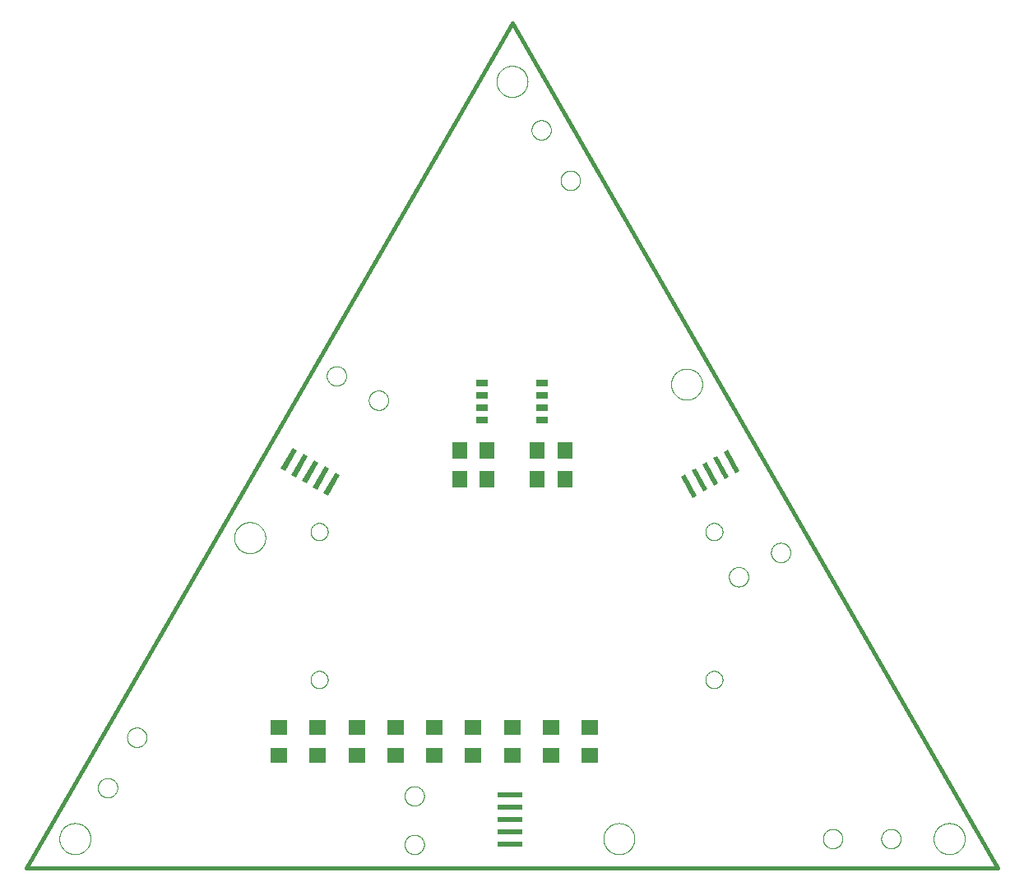
<source format=gbp>
G04 EAGLE Gerber RS-274X export*
G75*
%MOMM*%
%FSLAX34Y34*%
%LPD*%
%INSolder paste bottom*%
%IPPOS*%
%AMOC8*
5,1,8,0,0,1.08239X$1,22.5*%
G01*
%ADD10C,0.406400*%
%ADD11C,0.000000*%
%ADD12R,1.600000X1.803000*%
%ADD13R,1.803000X1.600000*%
%ADD14R,0.500000X2.500000*%
%ADD15R,2.500000X0.500000*%
%ADD16R,1.270000X0.635000*%


D10*
X0Y0D02*
X1000000Y0D01*
X0Y0D02*
X500000Y870000D01*
X1000000Y0D01*
D11*
X820000Y30000D02*
X820003Y30245D01*
X820012Y30491D01*
X820027Y30736D01*
X820048Y30980D01*
X820075Y31224D01*
X820108Y31467D01*
X820147Y31710D01*
X820192Y31951D01*
X820243Y32191D01*
X820300Y32430D01*
X820362Y32667D01*
X820431Y32903D01*
X820505Y33137D01*
X820585Y33369D01*
X820670Y33599D01*
X820761Y33827D01*
X820858Y34052D01*
X820960Y34276D01*
X821068Y34496D01*
X821181Y34714D01*
X821299Y34929D01*
X821423Y35141D01*
X821551Y35350D01*
X821685Y35556D01*
X821824Y35758D01*
X821968Y35957D01*
X822117Y36152D01*
X822270Y36344D01*
X822428Y36532D01*
X822590Y36716D01*
X822758Y36895D01*
X822929Y37071D01*
X823105Y37242D01*
X823284Y37410D01*
X823468Y37572D01*
X823656Y37730D01*
X823848Y37883D01*
X824043Y38032D01*
X824242Y38176D01*
X824444Y38315D01*
X824650Y38449D01*
X824859Y38577D01*
X825071Y38701D01*
X825286Y38819D01*
X825504Y38932D01*
X825724Y39040D01*
X825948Y39142D01*
X826173Y39239D01*
X826401Y39330D01*
X826631Y39415D01*
X826863Y39495D01*
X827097Y39569D01*
X827333Y39638D01*
X827570Y39700D01*
X827809Y39757D01*
X828049Y39808D01*
X828290Y39853D01*
X828533Y39892D01*
X828776Y39925D01*
X829020Y39952D01*
X829264Y39973D01*
X829509Y39988D01*
X829755Y39997D01*
X830000Y40000D01*
X830245Y39997D01*
X830491Y39988D01*
X830736Y39973D01*
X830980Y39952D01*
X831224Y39925D01*
X831467Y39892D01*
X831710Y39853D01*
X831951Y39808D01*
X832191Y39757D01*
X832430Y39700D01*
X832667Y39638D01*
X832903Y39569D01*
X833137Y39495D01*
X833369Y39415D01*
X833599Y39330D01*
X833827Y39239D01*
X834052Y39142D01*
X834276Y39040D01*
X834496Y38932D01*
X834714Y38819D01*
X834929Y38701D01*
X835141Y38577D01*
X835350Y38449D01*
X835556Y38315D01*
X835758Y38176D01*
X835957Y38032D01*
X836152Y37883D01*
X836344Y37730D01*
X836532Y37572D01*
X836716Y37410D01*
X836895Y37242D01*
X837071Y37071D01*
X837242Y36895D01*
X837410Y36716D01*
X837572Y36532D01*
X837730Y36344D01*
X837883Y36152D01*
X838032Y35957D01*
X838176Y35758D01*
X838315Y35556D01*
X838449Y35350D01*
X838577Y35141D01*
X838701Y34929D01*
X838819Y34714D01*
X838932Y34496D01*
X839040Y34276D01*
X839142Y34052D01*
X839239Y33827D01*
X839330Y33599D01*
X839415Y33369D01*
X839495Y33137D01*
X839569Y32903D01*
X839638Y32667D01*
X839700Y32430D01*
X839757Y32191D01*
X839808Y31951D01*
X839853Y31710D01*
X839892Y31467D01*
X839925Y31224D01*
X839952Y30980D01*
X839973Y30736D01*
X839988Y30491D01*
X839997Y30245D01*
X840000Y30000D01*
X839997Y29755D01*
X839988Y29509D01*
X839973Y29264D01*
X839952Y29020D01*
X839925Y28776D01*
X839892Y28533D01*
X839853Y28290D01*
X839808Y28049D01*
X839757Y27809D01*
X839700Y27570D01*
X839638Y27333D01*
X839569Y27097D01*
X839495Y26863D01*
X839415Y26631D01*
X839330Y26401D01*
X839239Y26173D01*
X839142Y25948D01*
X839040Y25724D01*
X838932Y25504D01*
X838819Y25286D01*
X838701Y25071D01*
X838577Y24859D01*
X838449Y24650D01*
X838315Y24444D01*
X838176Y24242D01*
X838032Y24043D01*
X837883Y23848D01*
X837730Y23656D01*
X837572Y23468D01*
X837410Y23284D01*
X837242Y23105D01*
X837071Y22929D01*
X836895Y22758D01*
X836716Y22590D01*
X836532Y22428D01*
X836344Y22270D01*
X836152Y22117D01*
X835957Y21968D01*
X835758Y21824D01*
X835556Y21685D01*
X835350Y21551D01*
X835141Y21423D01*
X834929Y21299D01*
X834714Y21181D01*
X834496Y21068D01*
X834276Y20960D01*
X834052Y20858D01*
X833827Y20761D01*
X833599Y20670D01*
X833369Y20585D01*
X833137Y20505D01*
X832903Y20431D01*
X832667Y20362D01*
X832430Y20300D01*
X832191Y20243D01*
X831951Y20192D01*
X831710Y20147D01*
X831467Y20108D01*
X831224Y20075D01*
X830980Y20048D01*
X830736Y20027D01*
X830491Y20012D01*
X830245Y20003D01*
X830000Y20000D01*
X829755Y20003D01*
X829509Y20012D01*
X829264Y20027D01*
X829020Y20048D01*
X828776Y20075D01*
X828533Y20108D01*
X828290Y20147D01*
X828049Y20192D01*
X827809Y20243D01*
X827570Y20300D01*
X827333Y20362D01*
X827097Y20431D01*
X826863Y20505D01*
X826631Y20585D01*
X826401Y20670D01*
X826173Y20761D01*
X825948Y20858D01*
X825724Y20960D01*
X825504Y21068D01*
X825286Y21181D01*
X825071Y21299D01*
X824859Y21423D01*
X824650Y21551D01*
X824444Y21685D01*
X824242Y21824D01*
X824043Y21968D01*
X823848Y22117D01*
X823656Y22270D01*
X823468Y22428D01*
X823284Y22590D01*
X823105Y22758D01*
X822929Y22929D01*
X822758Y23105D01*
X822590Y23284D01*
X822428Y23468D01*
X822270Y23656D01*
X822117Y23848D01*
X821968Y24043D01*
X821824Y24242D01*
X821685Y24444D01*
X821551Y24650D01*
X821423Y24859D01*
X821299Y25071D01*
X821181Y25286D01*
X821068Y25504D01*
X820960Y25724D01*
X820858Y25948D01*
X820761Y26173D01*
X820670Y26401D01*
X820585Y26631D01*
X820505Y26863D01*
X820431Y27097D01*
X820362Y27333D01*
X820300Y27570D01*
X820243Y27809D01*
X820192Y28049D01*
X820147Y28290D01*
X820108Y28533D01*
X820075Y28776D01*
X820048Y29020D01*
X820027Y29264D01*
X820012Y29509D01*
X820003Y29755D01*
X820000Y30000D01*
X880000Y30000D02*
X880003Y30245D01*
X880012Y30491D01*
X880027Y30736D01*
X880048Y30980D01*
X880075Y31224D01*
X880108Y31467D01*
X880147Y31710D01*
X880192Y31951D01*
X880243Y32191D01*
X880300Y32430D01*
X880362Y32667D01*
X880431Y32903D01*
X880505Y33137D01*
X880585Y33369D01*
X880670Y33599D01*
X880761Y33827D01*
X880858Y34052D01*
X880960Y34276D01*
X881068Y34496D01*
X881181Y34714D01*
X881299Y34929D01*
X881423Y35141D01*
X881551Y35350D01*
X881685Y35556D01*
X881824Y35758D01*
X881968Y35957D01*
X882117Y36152D01*
X882270Y36344D01*
X882428Y36532D01*
X882590Y36716D01*
X882758Y36895D01*
X882929Y37071D01*
X883105Y37242D01*
X883284Y37410D01*
X883468Y37572D01*
X883656Y37730D01*
X883848Y37883D01*
X884043Y38032D01*
X884242Y38176D01*
X884444Y38315D01*
X884650Y38449D01*
X884859Y38577D01*
X885071Y38701D01*
X885286Y38819D01*
X885504Y38932D01*
X885724Y39040D01*
X885948Y39142D01*
X886173Y39239D01*
X886401Y39330D01*
X886631Y39415D01*
X886863Y39495D01*
X887097Y39569D01*
X887333Y39638D01*
X887570Y39700D01*
X887809Y39757D01*
X888049Y39808D01*
X888290Y39853D01*
X888533Y39892D01*
X888776Y39925D01*
X889020Y39952D01*
X889264Y39973D01*
X889509Y39988D01*
X889755Y39997D01*
X890000Y40000D01*
X890245Y39997D01*
X890491Y39988D01*
X890736Y39973D01*
X890980Y39952D01*
X891224Y39925D01*
X891467Y39892D01*
X891710Y39853D01*
X891951Y39808D01*
X892191Y39757D01*
X892430Y39700D01*
X892667Y39638D01*
X892903Y39569D01*
X893137Y39495D01*
X893369Y39415D01*
X893599Y39330D01*
X893827Y39239D01*
X894052Y39142D01*
X894276Y39040D01*
X894496Y38932D01*
X894714Y38819D01*
X894929Y38701D01*
X895141Y38577D01*
X895350Y38449D01*
X895556Y38315D01*
X895758Y38176D01*
X895957Y38032D01*
X896152Y37883D01*
X896344Y37730D01*
X896532Y37572D01*
X896716Y37410D01*
X896895Y37242D01*
X897071Y37071D01*
X897242Y36895D01*
X897410Y36716D01*
X897572Y36532D01*
X897730Y36344D01*
X897883Y36152D01*
X898032Y35957D01*
X898176Y35758D01*
X898315Y35556D01*
X898449Y35350D01*
X898577Y35141D01*
X898701Y34929D01*
X898819Y34714D01*
X898932Y34496D01*
X899040Y34276D01*
X899142Y34052D01*
X899239Y33827D01*
X899330Y33599D01*
X899415Y33369D01*
X899495Y33137D01*
X899569Y32903D01*
X899638Y32667D01*
X899700Y32430D01*
X899757Y32191D01*
X899808Y31951D01*
X899853Y31710D01*
X899892Y31467D01*
X899925Y31224D01*
X899952Y30980D01*
X899973Y30736D01*
X899988Y30491D01*
X899997Y30245D01*
X900000Y30000D01*
X899997Y29755D01*
X899988Y29509D01*
X899973Y29264D01*
X899952Y29020D01*
X899925Y28776D01*
X899892Y28533D01*
X899853Y28290D01*
X899808Y28049D01*
X899757Y27809D01*
X899700Y27570D01*
X899638Y27333D01*
X899569Y27097D01*
X899495Y26863D01*
X899415Y26631D01*
X899330Y26401D01*
X899239Y26173D01*
X899142Y25948D01*
X899040Y25724D01*
X898932Y25504D01*
X898819Y25286D01*
X898701Y25071D01*
X898577Y24859D01*
X898449Y24650D01*
X898315Y24444D01*
X898176Y24242D01*
X898032Y24043D01*
X897883Y23848D01*
X897730Y23656D01*
X897572Y23468D01*
X897410Y23284D01*
X897242Y23105D01*
X897071Y22929D01*
X896895Y22758D01*
X896716Y22590D01*
X896532Y22428D01*
X896344Y22270D01*
X896152Y22117D01*
X895957Y21968D01*
X895758Y21824D01*
X895556Y21685D01*
X895350Y21551D01*
X895141Y21423D01*
X894929Y21299D01*
X894714Y21181D01*
X894496Y21068D01*
X894276Y20960D01*
X894052Y20858D01*
X893827Y20761D01*
X893599Y20670D01*
X893369Y20585D01*
X893137Y20505D01*
X892903Y20431D01*
X892667Y20362D01*
X892430Y20300D01*
X892191Y20243D01*
X891951Y20192D01*
X891710Y20147D01*
X891467Y20108D01*
X891224Y20075D01*
X890980Y20048D01*
X890736Y20027D01*
X890491Y20012D01*
X890245Y20003D01*
X890000Y20000D01*
X889755Y20003D01*
X889509Y20012D01*
X889264Y20027D01*
X889020Y20048D01*
X888776Y20075D01*
X888533Y20108D01*
X888290Y20147D01*
X888049Y20192D01*
X887809Y20243D01*
X887570Y20300D01*
X887333Y20362D01*
X887097Y20431D01*
X886863Y20505D01*
X886631Y20585D01*
X886401Y20670D01*
X886173Y20761D01*
X885948Y20858D01*
X885724Y20960D01*
X885504Y21068D01*
X885286Y21181D01*
X885071Y21299D01*
X884859Y21423D01*
X884650Y21551D01*
X884444Y21685D01*
X884242Y21824D01*
X884043Y21968D01*
X883848Y22117D01*
X883656Y22270D01*
X883468Y22428D01*
X883284Y22590D01*
X883105Y22758D01*
X882929Y22929D01*
X882758Y23105D01*
X882590Y23284D01*
X882428Y23468D01*
X882270Y23656D01*
X882117Y23848D01*
X881968Y24043D01*
X881824Y24242D01*
X881685Y24444D01*
X881551Y24650D01*
X881423Y24859D01*
X881299Y25071D01*
X881181Y25286D01*
X881068Y25504D01*
X880960Y25724D01*
X880858Y25948D01*
X880761Y26173D01*
X880670Y26401D01*
X880585Y26631D01*
X880505Y26863D01*
X880431Y27097D01*
X880362Y27333D01*
X880300Y27570D01*
X880243Y27809D01*
X880192Y28049D01*
X880147Y28290D01*
X880108Y28533D01*
X880075Y28776D01*
X880048Y29020D01*
X880027Y29264D01*
X880012Y29509D01*
X880003Y29755D01*
X880000Y30000D01*
X73660Y82417D02*
X73663Y82662D01*
X73672Y82908D01*
X73687Y83153D01*
X73708Y83397D01*
X73735Y83641D01*
X73768Y83884D01*
X73807Y84127D01*
X73852Y84368D01*
X73903Y84608D01*
X73960Y84847D01*
X74022Y85084D01*
X74091Y85320D01*
X74165Y85554D01*
X74245Y85786D01*
X74330Y86016D01*
X74421Y86244D01*
X74518Y86469D01*
X74620Y86693D01*
X74728Y86913D01*
X74841Y87131D01*
X74959Y87346D01*
X75083Y87558D01*
X75211Y87767D01*
X75345Y87973D01*
X75484Y88175D01*
X75628Y88374D01*
X75777Y88569D01*
X75930Y88761D01*
X76088Y88949D01*
X76250Y89133D01*
X76418Y89312D01*
X76589Y89488D01*
X76765Y89659D01*
X76944Y89827D01*
X77128Y89989D01*
X77316Y90147D01*
X77508Y90300D01*
X77703Y90449D01*
X77902Y90593D01*
X78104Y90732D01*
X78310Y90866D01*
X78519Y90994D01*
X78731Y91118D01*
X78946Y91236D01*
X79164Y91349D01*
X79384Y91457D01*
X79608Y91559D01*
X79833Y91656D01*
X80061Y91747D01*
X80291Y91832D01*
X80523Y91912D01*
X80757Y91986D01*
X80993Y92055D01*
X81230Y92117D01*
X81469Y92174D01*
X81709Y92225D01*
X81950Y92270D01*
X82193Y92309D01*
X82436Y92342D01*
X82680Y92369D01*
X82924Y92390D01*
X83169Y92405D01*
X83415Y92414D01*
X83660Y92417D01*
X83905Y92414D01*
X84151Y92405D01*
X84396Y92390D01*
X84640Y92369D01*
X84884Y92342D01*
X85127Y92309D01*
X85370Y92270D01*
X85611Y92225D01*
X85851Y92174D01*
X86090Y92117D01*
X86327Y92055D01*
X86563Y91986D01*
X86797Y91912D01*
X87029Y91832D01*
X87259Y91747D01*
X87487Y91656D01*
X87712Y91559D01*
X87936Y91457D01*
X88156Y91349D01*
X88374Y91236D01*
X88589Y91118D01*
X88801Y90994D01*
X89010Y90866D01*
X89216Y90732D01*
X89418Y90593D01*
X89617Y90449D01*
X89812Y90300D01*
X90004Y90147D01*
X90192Y89989D01*
X90376Y89827D01*
X90555Y89659D01*
X90731Y89488D01*
X90902Y89312D01*
X91070Y89133D01*
X91232Y88949D01*
X91390Y88761D01*
X91543Y88569D01*
X91692Y88374D01*
X91836Y88175D01*
X91975Y87973D01*
X92109Y87767D01*
X92237Y87558D01*
X92361Y87346D01*
X92479Y87131D01*
X92592Y86913D01*
X92700Y86693D01*
X92802Y86469D01*
X92899Y86244D01*
X92990Y86016D01*
X93075Y85786D01*
X93155Y85554D01*
X93229Y85320D01*
X93298Y85084D01*
X93360Y84847D01*
X93417Y84608D01*
X93468Y84368D01*
X93513Y84127D01*
X93552Y83884D01*
X93585Y83641D01*
X93612Y83397D01*
X93633Y83153D01*
X93648Y82908D01*
X93657Y82662D01*
X93660Y82417D01*
X93657Y82172D01*
X93648Y81926D01*
X93633Y81681D01*
X93612Y81437D01*
X93585Y81193D01*
X93552Y80950D01*
X93513Y80707D01*
X93468Y80466D01*
X93417Y80226D01*
X93360Y79987D01*
X93298Y79750D01*
X93229Y79514D01*
X93155Y79280D01*
X93075Y79048D01*
X92990Y78818D01*
X92899Y78590D01*
X92802Y78365D01*
X92700Y78141D01*
X92592Y77921D01*
X92479Y77703D01*
X92361Y77488D01*
X92237Y77276D01*
X92109Y77067D01*
X91975Y76861D01*
X91836Y76659D01*
X91692Y76460D01*
X91543Y76265D01*
X91390Y76073D01*
X91232Y75885D01*
X91070Y75701D01*
X90902Y75522D01*
X90731Y75346D01*
X90555Y75175D01*
X90376Y75007D01*
X90192Y74845D01*
X90004Y74687D01*
X89812Y74534D01*
X89617Y74385D01*
X89418Y74241D01*
X89216Y74102D01*
X89010Y73968D01*
X88801Y73840D01*
X88589Y73716D01*
X88374Y73598D01*
X88156Y73485D01*
X87936Y73377D01*
X87712Y73275D01*
X87487Y73178D01*
X87259Y73087D01*
X87029Y73002D01*
X86797Y72922D01*
X86563Y72848D01*
X86327Y72779D01*
X86090Y72717D01*
X85851Y72660D01*
X85611Y72609D01*
X85370Y72564D01*
X85127Y72525D01*
X84884Y72492D01*
X84640Y72465D01*
X84396Y72444D01*
X84151Y72429D01*
X83905Y72420D01*
X83660Y72417D01*
X83415Y72420D01*
X83169Y72429D01*
X82924Y72444D01*
X82680Y72465D01*
X82436Y72492D01*
X82193Y72525D01*
X81950Y72564D01*
X81709Y72609D01*
X81469Y72660D01*
X81230Y72717D01*
X80993Y72779D01*
X80757Y72848D01*
X80523Y72922D01*
X80291Y73002D01*
X80061Y73087D01*
X79833Y73178D01*
X79608Y73275D01*
X79384Y73377D01*
X79164Y73485D01*
X78946Y73598D01*
X78731Y73716D01*
X78519Y73840D01*
X78310Y73968D01*
X78104Y74102D01*
X77902Y74241D01*
X77703Y74385D01*
X77508Y74534D01*
X77316Y74687D01*
X77128Y74845D01*
X76944Y75007D01*
X76765Y75175D01*
X76589Y75346D01*
X76418Y75522D01*
X76250Y75701D01*
X76088Y75885D01*
X75930Y76073D01*
X75777Y76265D01*
X75628Y76460D01*
X75484Y76659D01*
X75345Y76861D01*
X75211Y77067D01*
X75083Y77276D01*
X74959Y77488D01*
X74841Y77703D01*
X74728Y77921D01*
X74620Y78141D01*
X74518Y78365D01*
X74421Y78590D01*
X74330Y78818D01*
X74245Y79048D01*
X74165Y79280D01*
X74091Y79514D01*
X74022Y79750D01*
X73960Y79987D01*
X73903Y80226D01*
X73852Y80466D01*
X73807Y80707D01*
X73768Y80950D01*
X73735Y81193D01*
X73708Y81437D01*
X73687Y81681D01*
X73672Y81926D01*
X73663Y82172D01*
X73660Y82417D01*
X103660Y134378D02*
X103663Y134623D01*
X103672Y134869D01*
X103687Y135114D01*
X103708Y135358D01*
X103735Y135602D01*
X103768Y135845D01*
X103807Y136088D01*
X103852Y136329D01*
X103903Y136569D01*
X103960Y136808D01*
X104022Y137045D01*
X104091Y137281D01*
X104165Y137515D01*
X104245Y137747D01*
X104330Y137977D01*
X104421Y138205D01*
X104518Y138430D01*
X104620Y138654D01*
X104728Y138874D01*
X104841Y139092D01*
X104959Y139307D01*
X105083Y139519D01*
X105211Y139728D01*
X105345Y139934D01*
X105484Y140136D01*
X105628Y140335D01*
X105777Y140530D01*
X105930Y140722D01*
X106088Y140910D01*
X106250Y141094D01*
X106418Y141273D01*
X106589Y141449D01*
X106765Y141620D01*
X106944Y141788D01*
X107128Y141950D01*
X107316Y142108D01*
X107508Y142261D01*
X107703Y142410D01*
X107902Y142554D01*
X108104Y142693D01*
X108310Y142827D01*
X108519Y142955D01*
X108731Y143079D01*
X108946Y143197D01*
X109164Y143310D01*
X109384Y143418D01*
X109608Y143520D01*
X109833Y143617D01*
X110061Y143708D01*
X110291Y143793D01*
X110523Y143873D01*
X110757Y143947D01*
X110993Y144016D01*
X111230Y144078D01*
X111469Y144135D01*
X111709Y144186D01*
X111950Y144231D01*
X112193Y144270D01*
X112436Y144303D01*
X112680Y144330D01*
X112924Y144351D01*
X113169Y144366D01*
X113415Y144375D01*
X113660Y144378D01*
X113905Y144375D01*
X114151Y144366D01*
X114396Y144351D01*
X114640Y144330D01*
X114884Y144303D01*
X115127Y144270D01*
X115370Y144231D01*
X115611Y144186D01*
X115851Y144135D01*
X116090Y144078D01*
X116327Y144016D01*
X116563Y143947D01*
X116797Y143873D01*
X117029Y143793D01*
X117259Y143708D01*
X117487Y143617D01*
X117712Y143520D01*
X117936Y143418D01*
X118156Y143310D01*
X118374Y143197D01*
X118589Y143079D01*
X118801Y142955D01*
X119010Y142827D01*
X119216Y142693D01*
X119418Y142554D01*
X119617Y142410D01*
X119812Y142261D01*
X120004Y142108D01*
X120192Y141950D01*
X120376Y141788D01*
X120555Y141620D01*
X120731Y141449D01*
X120902Y141273D01*
X121070Y141094D01*
X121232Y140910D01*
X121390Y140722D01*
X121543Y140530D01*
X121692Y140335D01*
X121836Y140136D01*
X121975Y139934D01*
X122109Y139728D01*
X122237Y139519D01*
X122361Y139307D01*
X122479Y139092D01*
X122592Y138874D01*
X122700Y138654D01*
X122802Y138430D01*
X122899Y138205D01*
X122990Y137977D01*
X123075Y137747D01*
X123155Y137515D01*
X123229Y137281D01*
X123298Y137045D01*
X123360Y136808D01*
X123417Y136569D01*
X123468Y136329D01*
X123513Y136088D01*
X123552Y135845D01*
X123585Y135602D01*
X123612Y135358D01*
X123633Y135114D01*
X123648Y134869D01*
X123657Y134623D01*
X123660Y134378D01*
X123657Y134133D01*
X123648Y133887D01*
X123633Y133642D01*
X123612Y133398D01*
X123585Y133154D01*
X123552Y132911D01*
X123513Y132668D01*
X123468Y132427D01*
X123417Y132187D01*
X123360Y131948D01*
X123298Y131711D01*
X123229Y131475D01*
X123155Y131241D01*
X123075Y131009D01*
X122990Y130779D01*
X122899Y130551D01*
X122802Y130326D01*
X122700Y130102D01*
X122592Y129882D01*
X122479Y129664D01*
X122361Y129449D01*
X122237Y129237D01*
X122109Y129028D01*
X121975Y128822D01*
X121836Y128620D01*
X121692Y128421D01*
X121543Y128226D01*
X121390Y128034D01*
X121232Y127846D01*
X121070Y127662D01*
X120902Y127483D01*
X120731Y127307D01*
X120555Y127136D01*
X120376Y126968D01*
X120192Y126806D01*
X120004Y126648D01*
X119812Y126495D01*
X119617Y126346D01*
X119418Y126202D01*
X119216Y126063D01*
X119010Y125929D01*
X118801Y125801D01*
X118589Y125677D01*
X118374Y125559D01*
X118156Y125446D01*
X117936Y125338D01*
X117712Y125236D01*
X117487Y125139D01*
X117259Y125048D01*
X117029Y124963D01*
X116797Y124883D01*
X116563Y124809D01*
X116327Y124740D01*
X116090Y124678D01*
X115851Y124621D01*
X115611Y124570D01*
X115370Y124525D01*
X115127Y124486D01*
X114884Y124453D01*
X114640Y124426D01*
X114396Y124405D01*
X114151Y124390D01*
X113905Y124381D01*
X113660Y124378D01*
X113415Y124381D01*
X113169Y124390D01*
X112924Y124405D01*
X112680Y124426D01*
X112436Y124453D01*
X112193Y124486D01*
X111950Y124525D01*
X111709Y124570D01*
X111469Y124621D01*
X111230Y124678D01*
X110993Y124740D01*
X110757Y124809D01*
X110523Y124883D01*
X110291Y124963D01*
X110061Y125048D01*
X109833Y125139D01*
X109608Y125236D01*
X109384Y125338D01*
X109164Y125446D01*
X108946Y125559D01*
X108731Y125677D01*
X108519Y125801D01*
X108310Y125929D01*
X108104Y126063D01*
X107902Y126202D01*
X107703Y126346D01*
X107508Y126495D01*
X107316Y126648D01*
X107128Y126806D01*
X106944Y126968D01*
X106765Y127136D01*
X106589Y127307D01*
X106418Y127483D01*
X106250Y127662D01*
X106088Y127846D01*
X105930Y128034D01*
X105777Y128226D01*
X105628Y128421D01*
X105484Y128620D01*
X105345Y128822D01*
X105211Y129028D01*
X105083Y129237D01*
X104959Y129449D01*
X104841Y129664D01*
X104728Y129882D01*
X104620Y130102D01*
X104518Y130326D01*
X104421Y130551D01*
X104330Y130779D01*
X104245Y131009D01*
X104165Y131241D01*
X104091Y131475D01*
X104022Y131711D01*
X103960Y131948D01*
X103903Y132187D01*
X103852Y132427D01*
X103807Y132668D01*
X103768Y132911D01*
X103735Y133154D01*
X103708Y133398D01*
X103687Y133642D01*
X103672Y133887D01*
X103663Y134133D01*
X103660Y134378D01*
X520000Y760000D02*
X520003Y760245D01*
X520012Y760491D01*
X520027Y760736D01*
X520048Y760980D01*
X520075Y761224D01*
X520108Y761467D01*
X520147Y761710D01*
X520192Y761951D01*
X520243Y762191D01*
X520300Y762430D01*
X520362Y762667D01*
X520431Y762903D01*
X520505Y763137D01*
X520585Y763369D01*
X520670Y763599D01*
X520761Y763827D01*
X520858Y764052D01*
X520960Y764276D01*
X521068Y764496D01*
X521181Y764714D01*
X521299Y764929D01*
X521423Y765141D01*
X521551Y765350D01*
X521685Y765556D01*
X521824Y765758D01*
X521968Y765957D01*
X522117Y766152D01*
X522270Y766344D01*
X522428Y766532D01*
X522590Y766716D01*
X522758Y766895D01*
X522929Y767071D01*
X523105Y767242D01*
X523284Y767410D01*
X523468Y767572D01*
X523656Y767730D01*
X523848Y767883D01*
X524043Y768032D01*
X524242Y768176D01*
X524444Y768315D01*
X524650Y768449D01*
X524859Y768577D01*
X525071Y768701D01*
X525286Y768819D01*
X525504Y768932D01*
X525724Y769040D01*
X525948Y769142D01*
X526173Y769239D01*
X526401Y769330D01*
X526631Y769415D01*
X526863Y769495D01*
X527097Y769569D01*
X527333Y769638D01*
X527570Y769700D01*
X527809Y769757D01*
X528049Y769808D01*
X528290Y769853D01*
X528533Y769892D01*
X528776Y769925D01*
X529020Y769952D01*
X529264Y769973D01*
X529509Y769988D01*
X529755Y769997D01*
X530000Y770000D01*
X530245Y769997D01*
X530491Y769988D01*
X530736Y769973D01*
X530980Y769952D01*
X531224Y769925D01*
X531467Y769892D01*
X531710Y769853D01*
X531951Y769808D01*
X532191Y769757D01*
X532430Y769700D01*
X532667Y769638D01*
X532903Y769569D01*
X533137Y769495D01*
X533369Y769415D01*
X533599Y769330D01*
X533827Y769239D01*
X534052Y769142D01*
X534276Y769040D01*
X534496Y768932D01*
X534714Y768819D01*
X534929Y768701D01*
X535141Y768577D01*
X535350Y768449D01*
X535556Y768315D01*
X535758Y768176D01*
X535957Y768032D01*
X536152Y767883D01*
X536344Y767730D01*
X536532Y767572D01*
X536716Y767410D01*
X536895Y767242D01*
X537071Y767071D01*
X537242Y766895D01*
X537410Y766716D01*
X537572Y766532D01*
X537730Y766344D01*
X537883Y766152D01*
X538032Y765957D01*
X538176Y765758D01*
X538315Y765556D01*
X538449Y765350D01*
X538577Y765141D01*
X538701Y764929D01*
X538819Y764714D01*
X538932Y764496D01*
X539040Y764276D01*
X539142Y764052D01*
X539239Y763827D01*
X539330Y763599D01*
X539415Y763369D01*
X539495Y763137D01*
X539569Y762903D01*
X539638Y762667D01*
X539700Y762430D01*
X539757Y762191D01*
X539808Y761951D01*
X539853Y761710D01*
X539892Y761467D01*
X539925Y761224D01*
X539952Y760980D01*
X539973Y760736D01*
X539988Y760491D01*
X539997Y760245D01*
X540000Y760000D01*
X539997Y759755D01*
X539988Y759509D01*
X539973Y759264D01*
X539952Y759020D01*
X539925Y758776D01*
X539892Y758533D01*
X539853Y758290D01*
X539808Y758049D01*
X539757Y757809D01*
X539700Y757570D01*
X539638Y757333D01*
X539569Y757097D01*
X539495Y756863D01*
X539415Y756631D01*
X539330Y756401D01*
X539239Y756173D01*
X539142Y755948D01*
X539040Y755724D01*
X538932Y755504D01*
X538819Y755286D01*
X538701Y755071D01*
X538577Y754859D01*
X538449Y754650D01*
X538315Y754444D01*
X538176Y754242D01*
X538032Y754043D01*
X537883Y753848D01*
X537730Y753656D01*
X537572Y753468D01*
X537410Y753284D01*
X537242Y753105D01*
X537071Y752929D01*
X536895Y752758D01*
X536716Y752590D01*
X536532Y752428D01*
X536344Y752270D01*
X536152Y752117D01*
X535957Y751968D01*
X535758Y751824D01*
X535556Y751685D01*
X535350Y751551D01*
X535141Y751423D01*
X534929Y751299D01*
X534714Y751181D01*
X534496Y751068D01*
X534276Y750960D01*
X534052Y750858D01*
X533827Y750761D01*
X533599Y750670D01*
X533369Y750585D01*
X533137Y750505D01*
X532903Y750431D01*
X532667Y750362D01*
X532430Y750300D01*
X532191Y750243D01*
X531951Y750192D01*
X531710Y750147D01*
X531467Y750108D01*
X531224Y750075D01*
X530980Y750048D01*
X530736Y750027D01*
X530491Y750012D01*
X530245Y750003D01*
X530000Y750000D01*
X529755Y750003D01*
X529509Y750012D01*
X529264Y750027D01*
X529020Y750048D01*
X528776Y750075D01*
X528533Y750108D01*
X528290Y750147D01*
X528049Y750192D01*
X527809Y750243D01*
X527570Y750300D01*
X527333Y750362D01*
X527097Y750431D01*
X526863Y750505D01*
X526631Y750585D01*
X526401Y750670D01*
X526173Y750761D01*
X525948Y750858D01*
X525724Y750960D01*
X525504Y751068D01*
X525286Y751181D01*
X525071Y751299D01*
X524859Y751423D01*
X524650Y751551D01*
X524444Y751685D01*
X524242Y751824D01*
X524043Y751968D01*
X523848Y752117D01*
X523656Y752270D01*
X523468Y752428D01*
X523284Y752590D01*
X523105Y752758D01*
X522929Y752929D01*
X522758Y753105D01*
X522590Y753284D01*
X522428Y753468D01*
X522270Y753656D01*
X522117Y753848D01*
X521968Y754043D01*
X521824Y754242D01*
X521685Y754444D01*
X521551Y754650D01*
X521423Y754859D01*
X521299Y755071D01*
X521181Y755286D01*
X521068Y755504D01*
X520960Y755724D01*
X520858Y755948D01*
X520761Y756173D01*
X520670Y756401D01*
X520585Y756631D01*
X520505Y756863D01*
X520431Y757097D01*
X520362Y757333D01*
X520300Y757570D01*
X520243Y757809D01*
X520192Y758049D01*
X520147Y758290D01*
X520108Y758533D01*
X520075Y758776D01*
X520048Y759020D01*
X520027Y759264D01*
X520012Y759509D01*
X520003Y759755D01*
X520000Y760000D01*
X550000Y708038D02*
X550003Y708283D01*
X550012Y708529D01*
X550027Y708774D01*
X550048Y709018D01*
X550075Y709262D01*
X550108Y709505D01*
X550147Y709748D01*
X550192Y709989D01*
X550243Y710229D01*
X550300Y710468D01*
X550362Y710705D01*
X550431Y710941D01*
X550505Y711175D01*
X550585Y711407D01*
X550670Y711637D01*
X550761Y711865D01*
X550858Y712090D01*
X550960Y712314D01*
X551068Y712534D01*
X551181Y712752D01*
X551299Y712967D01*
X551423Y713179D01*
X551551Y713388D01*
X551685Y713594D01*
X551824Y713796D01*
X551968Y713995D01*
X552117Y714190D01*
X552270Y714382D01*
X552428Y714570D01*
X552590Y714754D01*
X552758Y714933D01*
X552929Y715109D01*
X553105Y715280D01*
X553284Y715448D01*
X553468Y715610D01*
X553656Y715768D01*
X553848Y715921D01*
X554043Y716070D01*
X554242Y716214D01*
X554444Y716353D01*
X554650Y716487D01*
X554859Y716615D01*
X555071Y716739D01*
X555286Y716857D01*
X555504Y716970D01*
X555724Y717078D01*
X555948Y717180D01*
X556173Y717277D01*
X556401Y717368D01*
X556631Y717453D01*
X556863Y717533D01*
X557097Y717607D01*
X557333Y717676D01*
X557570Y717738D01*
X557809Y717795D01*
X558049Y717846D01*
X558290Y717891D01*
X558533Y717930D01*
X558776Y717963D01*
X559020Y717990D01*
X559264Y718011D01*
X559509Y718026D01*
X559755Y718035D01*
X560000Y718038D01*
X560245Y718035D01*
X560491Y718026D01*
X560736Y718011D01*
X560980Y717990D01*
X561224Y717963D01*
X561467Y717930D01*
X561710Y717891D01*
X561951Y717846D01*
X562191Y717795D01*
X562430Y717738D01*
X562667Y717676D01*
X562903Y717607D01*
X563137Y717533D01*
X563369Y717453D01*
X563599Y717368D01*
X563827Y717277D01*
X564052Y717180D01*
X564276Y717078D01*
X564496Y716970D01*
X564714Y716857D01*
X564929Y716739D01*
X565141Y716615D01*
X565350Y716487D01*
X565556Y716353D01*
X565758Y716214D01*
X565957Y716070D01*
X566152Y715921D01*
X566344Y715768D01*
X566532Y715610D01*
X566716Y715448D01*
X566895Y715280D01*
X567071Y715109D01*
X567242Y714933D01*
X567410Y714754D01*
X567572Y714570D01*
X567730Y714382D01*
X567883Y714190D01*
X568032Y713995D01*
X568176Y713796D01*
X568315Y713594D01*
X568449Y713388D01*
X568577Y713179D01*
X568701Y712967D01*
X568819Y712752D01*
X568932Y712534D01*
X569040Y712314D01*
X569142Y712090D01*
X569239Y711865D01*
X569330Y711637D01*
X569415Y711407D01*
X569495Y711175D01*
X569569Y710941D01*
X569638Y710705D01*
X569700Y710468D01*
X569757Y710229D01*
X569808Y709989D01*
X569853Y709748D01*
X569892Y709505D01*
X569925Y709262D01*
X569952Y709018D01*
X569973Y708774D01*
X569988Y708529D01*
X569997Y708283D01*
X570000Y708038D01*
X569997Y707793D01*
X569988Y707547D01*
X569973Y707302D01*
X569952Y707058D01*
X569925Y706814D01*
X569892Y706571D01*
X569853Y706328D01*
X569808Y706087D01*
X569757Y705847D01*
X569700Y705608D01*
X569638Y705371D01*
X569569Y705135D01*
X569495Y704901D01*
X569415Y704669D01*
X569330Y704439D01*
X569239Y704211D01*
X569142Y703986D01*
X569040Y703762D01*
X568932Y703542D01*
X568819Y703324D01*
X568701Y703109D01*
X568577Y702897D01*
X568449Y702688D01*
X568315Y702482D01*
X568176Y702280D01*
X568032Y702081D01*
X567883Y701886D01*
X567730Y701694D01*
X567572Y701506D01*
X567410Y701322D01*
X567242Y701143D01*
X567071Y700967D01*
X566895Y700796D01*
X566716Y700628D01*
X566532Y700466D01*
X566344Y700308D01*
X566152Y700155D01*
X565957Y700006D01*
X565758Y699862D01*
X565556Y699723D01*
X565350Y699589D01*
X565141Y699461D01*
X564929Y699337D01*
X564714Y699219D01*
X564496Y699106D01*
X564276Y698998D01*
X564052Y698896D01*
X563827Y698799D01*
X563599Y698708D01*
X563369Y698623D01*
X563137Y698543D01*
X562903Y698469D01*
X562667Y698400D01*
X562430Y698338D01*
X562191Y698281D01*
X561951Y698230D01*
X561710Y698185D01*
X561467Y698146D01*
X561224Y698113D01*
X560980Y698086D01*
X560736Y698065D01*
X560491Y698050D01*
X560245Y698041D01*
X560000Y698038D01*
X559755Y698041D01*
X559509Y698050D01*
X559264Y698065D01*
X559020Y698086D01*
X558776Y698113D01*
X558533Y698146D01*
X558290Y698185D01*
X558049Y698230D01*
X557809Y698281D01*
X557570Y698338D01*
X557333Y698400D01*
X557097Y698469D01*
X556863Y698543D01*
X556631Y698623D01*
X556401Y698708D01*
X556173Y698799D01*
X555948Y698896D01*
X555724Y698998D01*
X555504Y699106D01*
X555286Y699219D01*
X555071Y699337D01*
X554859Y699461D01*
X554650Y699589D01*
X554444Y699723D01*
X554242Y699862D01*
X554043Y700006D01*
X553848Y700155D01*
X553656Y700308D01*
X553468Y700466D01*
X553284Y700628D01*
X553105Y700796D01*
X552929Y700967D01*
X552758Y701143D01*
X552590Y701322D01*
X552428Y701506D01*
X552270Y701694D01*
X552117Y701886D01*
X551968Y702081D01*
X551824Y702280D01*
X551685Y702482D01*
X551551Y702688D01*
X551423Y702897D01*
X551299Y703109D01*
X551181Y703324D01*
X551068Y703542D01*
X550960Y703762D01*
X550858Y703986D01*
X550761Y704211D01*
X550670Y704439D01*
X550585Y704669D01*
X550505Y704901D01*
X550431Y705135D01*
X550362Y705371D01*
X550300Y705608D01*
X550243Y705847D01*
X550192Y706087D01*
X550147Y706328D01*
X550108Y706571D01*
X550075Y706814D01*
X550048Y707058D01*
X550027Y707302D01*
X550012Y707547D01*
X550003Y707793D01*
X550000Y708038D01*
X389378Y24019D02*
X389381Y24264D01*
X389390Y24510D01*
X389405Y24755D01*
X389426Y24999D01*
X389453Y25243D01*
X389486Y25486D01*
X389525Y25729D01*
X389570Y25970D01*
X389621Y26210D01*
X389678Y26449D01*
X389740Y26686D01*
X389809Y26922D01*
X389883Y27156D01*
X389963Y27388D01*
X390048Y27618D01*
X390139Y27846D01*
X390236Y28071D01*
X390338Y28295D01*
X390446Y28515D01*
X390559Y28733D01*
X390677Y28948D01*
X390801Y29160D01*
X390929Y29369D01*
X391063Y29575D01*
X391202Y29777D01*
X391346Y29976D01*
X391495Y30171D01*
X391648Y30363D01*
X391806Y30551D01*
X391968Y30735D01*
X392136Y30914D01*
X392307Y31090D01*
X392483Y31261D01*
X392662Y31429D01*
X392846Y31591D01*
X393034Y31749D01*
X393226Y31902D01*
X393421Y32051D01*
X393620Y32195D01*
X393822Y32334D01*
X394028Y32468D01*
X394237Y32596D01*
X394449Y32720D01*
X394664Y32838D01*
X394882Y32951D01*
X395102Y33059D01*
X395326Y33161D01*
X395551Y33258D01*
X395779Y33349D01*
X396009Y33434D01*
X396241Y33514D01*
X396475Y33588D01*
X396711Y33657D01*
X396948Y33719D01*
X397187Y33776D01*
X397427Y33827D01*
X397668Y33872D01*
X397911Y33911D01*
X398154Y33944D01*
X398398Y33971D01*
X398642Y33992D01*
X398887Y34007D01*
X399133Y34016D01*
X399378Y34019D01*
X399623Y34016D01*
X399869Y34007D01*
X400114Y33992D01*
X400358Y33971D01*
X400602Y33944D01*
X400845Y33911D01*
X401088Y33872D01*
X401329Y33827D01*
X401569Y33776D01*
X401808Y33719D01*
X402045Y33657D01*
X402281Y33588D01*
X402515Y33514D01*
X402747Y33434D01*
X402977Y33349D01*
X403205Y33258D01*
X403430Y33161D01*
X403654Y33059D01*
X403874Y32951D01*
X404092Y32838D01*
X404307Y32720D01*
X404519Y32596D01*
X404728Y32468D01*
X404934Y32334D01*
X405136Y32195D01*
X405335Y32051D01*
X405530Y31902D01*
X405722Y31749D01*
X405910Y31591D01*
X406094Y31429D01*
X406273Y31261D01*
X406449Y31090D01*
X406620Y30914D01*
X406788Y30735D01*
X406950Y30551D01*
X407108Y30363D01*
X407261Y30171D01*
X407410Y29976D01*
X407554Y29777D01*
X407693Y29575D01*
X407827Y29369D01*
X407955Y29160D01*
X408079Y28948D01*
X408197Y28733D01*
X408310Y28515D01*
X408418Y28295D01*
X408520Y28071D01*
X408617Y27846D01*
X408708Y27618D01*
X408793Y27388D01*
X408873Y27156D01*
X408947Y26922D01*
X409016Y26686D01*
X409078Y26449D01*
X409135Y26210D01*
X409186Y25970D01*
X409231Y25729D01*
X409270Y25486D01*
X409303Y25243D01*
X409330Y24999D01*
X409351Y24755D01*
X409366Y24510D01*
X409375Y24264D01*
X409378Y24019D01*
X409375Y23774D01*
X409366Y23528D01*
X409351Y23283D01*
X409330Y23039D01*
X409303Y22795D01*
X409270Y22552D01*
X409231Y22309D01*
X409186Y22068D01*
X409135Y21828D01*
X409078Y21589D01*
X409016Y21352D01*
X408947Y21116D01*
X408873Y20882D01*
X408793Y20650D01*
X408708Y20420D01*
X408617Y20192D01*
X408520Y19967D01*
X408418Y19743D01*
X408310Y19523D01*
X408197Y19305D01*
X408079Y19090D01*
X407955Y18878D01*
X407827Y18669D01*
X407693Y18463D01*
X407554Y18261D01*
X407410Y18062D01*
X407261Y17867D01*
X407108Y17675D01*
X406950Y17487D01*
X406788Y17303D01*
X406620Y17124D01*
X406449Y16948D01*
X406273Y16777D01*
X406094Y16609D01*
X405910Y16447D01*
X405722Y16289D01*
X405530Y16136D01*
X405335Y15987D01*
X405136Y15843D01*
X404934Y15704D01*
X404728Y15570D01*
X404519Y15442D01*
X404307Y15318D01*
X404092Y15200D01*
X403874Y15087D01*
X403654Y14979D01*
X403430Y14877D01*
X403205Y14780D01*
X402977Y14689D01*
X402747Y14604D01*
X402515Y14524D01*
X402281Y14450D01*
X402045Y14381D01*
X401808Y14319D01*
X401569Y14262D01*
X401329Y14211D01*
X401088Y14166D01*
X400845Y14127D01*
X400602Y14094D01*
X400358Y14067D01*
X400114Y14046D01*
X399869Y14031D01*
X399623Y14022D01*
X399378Y14019D01*
X399133Y14022D01*
X398887Y14031D01*
X398642Y14046D01*
X398398Y14067D01*
X398154Y14094D01*
X397911Y14127D01*
X397668Y14166D01*
X397427Y14211D01*
X397187Y14262D01*
X396948Y14319D01*
X396711Y14381D01*
X396475Y14450D01*
X396241Y14524D01*
X396009Y14604D01*
X395779Y14689D01*
X395551Y14780D01*
X395326Y14877D01*
X395102Y14979D01*
X394882Y15087D01*
X394664Y15200D01*
X394449Y15318D01*
X394237Y15442D01*
X394028Y15570D01*
X393822Y15704D01*
X393620Y15843D01*
X393421Y15987D01*
X393226Y16136D01*
X393034Y16289D01*
X392846Y16447D01*
X392662Y16609D01*
X392483Y16777D01*
X392307Y16948D01*
X392136Y17124D01*
X391968Y17303D01*
X391806Y17487D01*
X391648Y17675D01*
X391495Y17867D01*
X391346Y18062D01*
X391202Y18261D01*
X391063Y18463D01*
X390929Y18669D01*
X390801Y18878D01*
X390677Y19090D01*
X390559Y19305D01*
X390446Y19523D01*
X390338Y19743D01*
X390236Y19967D01*
X390139Y20192D01*
X390048Y20420D01*
X389963Y20650D01*
X389883Y20882D01*
X389809Y21116D01*
X389740Y21352D01*
X389678Y21589D01*
X389621Y21828D01*
X389570Y22068D01*
X389525Y22309D01*
X389486Y22552D01*
X389453Y22795D01*
X389426Y23039D01*
X389405Y23283D01*
X389390Y23528D01*
X389381Y23774D01*
X389378Y24019D01*
X389378Y74019D02*
X389381Y74264D01*
X389390Y74510D01*
X389405Y74755D01*
X389426Y74999D01*
X389453Y75243D01*
X389486Y75486D01*
X389525Y75729D01*
X389570Y75970D01*
X389621Y76210D01*
X389678Y76449D01*
X389740Y76686D01*
X389809Y76922D01*
X389883Y77156D01*
X389963Y77388D01*
X390048Y77618D01*
X390139Y77846D01*
X390236Y78071D01*
X390338Y78295D01*
X390446Y78515D01*
X390559Y78733D01*
X390677Y78948D01*
X390801Y79160D01*
X390929Y79369D01*
X391063Y79575D01*
X391202Y79777D01*
X391346Y79976D01*
X391495Y80171D01*
X391648Y80363D01*
X391806Y80551D01*
X391968Y80735D01*
X392136Y80914D01*
X392307Y81090D01*
X392483Y81261D01*
X392662Y81429D01*
X392846Y81591D01*
X393034Y81749D01*
X393226Y81902D01*
X393421Y82051D01*
X393620Y82195D01*
X393822Y82334D01*
X394028Y82468D01*
X394237Y82596D01*
X394449Y82720D01*
X394664Y82838D01*
X394882Y82951D01*
X395102Y83059D01*
X395326Y83161D01*
X395551Y83258D01*
X395779Y83349D01*
X396009Y83434D01*
X396241Y83514D01*
X396475Y83588D01*
X396711Y83657D01*
X396948Y83719D01*
X397187Y83776D01*
X397427Y83827D01*
X397668Y83872D01*
X397911Y83911D01*
X398154Y83944D01*
X398398Y83971D01*
X398642Y83992D01*
X398887Y84007D01*
X399133Y84016D01*
X399378Y84019D01*
X399623Y84016D01*
X399869Y84007D01*
X400114Y83992D01*
X400358Y83971D01*
X400602Y83944D01*
X400845Y83911D01*
X401088Y83872D01*
X401329Y83827D01*
X401569Y83776D01*
X401808Y83719D01*
X402045Y83657D01*
X402281Y83588D01*
X402515Y83514D01*
X402747Y83434D01*
X402977Y83349D01*
X403205Y83258D01*
X403430Y83161D01*
X403654Y83059D01*
X403874Y82951D01*
X404092Y82838D01*
X404307Y82720D01*
X404519Y82596D01*
X404728Y82468D01*
X404934Y82334D01*
X405136Y82195D01*
X405335Y82051D01*
X405530Y81902D01*
X405722Y81749D01*
X405910Y81591D01*
X406094Y81429D01*
X406273Y81261D01*
X406449Y81090D01*
X406620Y80914D01*
X406788Y80735D01*
X406950Y80551D01*
X407108Y80363D01*
X407261Y80171D01*
X407410Y79976D01*
X407554Y79777D01*
X407693Y79575D01*
X407827Y79369D01*
X407955Y79160D01*
X408079Y78948D01*
X408197Y78733D01*
X408310Y78515D01*
X408418Y78295D01*
X408520Y78071D01*
X408617Y77846D01*
X408708Y77618D01*
X408793Y77388D01*
X408873Y77156D01*
X408947Y76922D01*
X409016Y76686D01*
X409078Y76449D01*
X409135Y76210D01*
X409186Y75970D01*
X409231Y75729D01*
X409270Y75486D01*
X409303Y75243D01*
X409330Y74999D01*
X409351Y74755D01*
X409366Y74510D01*
X409375Y74264D01*
X409378Y74019D01*
X409375Y73774D01*
X409366Y73528D01*
X409351Y73283D01*
X409330Y73039D01*
X409303Y72795D01*
X409270Y72552D01*
X409231Y72309D01*
X409186Y72068D01*
X409135Y71828D01*
X409078Y71589D01*
X409016Y71352D01*
X408947Y71116D01*
X408873Y70882D01*
X408793Y70650D01*
X408708Y70420D01*
X408617Y70192D01*
X408520Y69967D01*
X408418Y69743D01*
X408310Y69523D01*
X408197Y69305D01*
X408079Y69090D01*
X407955Y68878D01*
X407827Y68669D01*
X407693Y68463D01*
X407554Y68261D01*
X407410Y68062D01*
X407261Y67867D01*
X407108Y67675D01*
X406950Y67487D01*
X406788Y67303D01*
X406620Y67124D01*
X406449Y66948D01*
X406273Y66777D01*
X406094Y66609D01*
X405910Y66447D01*
X405722Y66289D01*
X405530Y66136D01*
X405335Y65987D01*
X405136Y65843D01*
X404934Y65704D01*
X404728Y65570D01*
X404519Y65442D01*
X404307Y65318D01*
X404092Y65200D01*
X403874Y65087D01*
X403654Y64979D01*
X403430Y64877D01*
X403205Y64780D01*
X402977Y64689D01*
X402747Y64604D01*
X402515Y64524D01*
X402281Y64450D01*
X402045Y64381D01*
X401808Y64319D01*
X401569Y64262D01*
X401329Y64211D01*
X401088Y64166D01*
X400845Y64127D01*
X400602Y64094D01*
X400358Y64067D01*
X400114Y64046D01*
X399869Y64031D01*
X399623Y64022D01*
X399378Y64019D01*
X399133Y64022D01*
X398887Y64031D01*
X398642Y64046D01*
X398398Y64067D01*
X398154Y64094D01*
X397911Y64127D01*
X397668Y64166D01*
X397427Y64211D01*
X397187Y64262D01*
X396948Y64319D01*
X396711Y64381D01*
X396475Y64450D01*
X396241Y64524D01*
X396009Y64604D01*
X395779Y64689D01*
X395551Y64780D01*
X395326Y64877D01*
X395102Y64979D01*
X394882Y65087D01*
X394664Y65200D01*
X394449Y65318D01*
X394237Y65442D01*
X394028Y65570D01*
X393822Y65704D01*
X393620Y65843D01*
X393421Y65987D01*
X393226Y66136D01*
X393034Y66289D01*
X392846Y66447D01*
X392662Y66609D01*
X392483Y66777D01*
X392307Y66948D01*
X392136Y67124D01*
X391968Y67303D01*
X391806Y67487D01*
X391648Y67675D01*
X391495Y67867D01*
X391346Y68062D01*
X391202Y68261D01*
X391063Y68463D01*
X390929Y68669D01*
X390801Y68878D01*
X390677Y69090D01*
X390559Y69305D01*
X390446Y69523D01*
X390338Y69743D01*
X390236Y69967D01*
X390139Y70192D01*
X390048Y70420D01*
X389963Y70650D01*
X389883Y70882D01*
X389809Y71116D01*
X389740Y71352D01*
X389678Y71589D01*
X389621Y71828D01*
X389570Y72068D01*
X389525Y72309D01*
X389486Y72552D01*
X389453Y72795D01*
X389426Y73039D01*
X389405Y73283D01*
X389390Y73528D01*
X389381Y73774D01*
X389378Y74019D01*
X309212Y506603D02*
X309215Y506848D01*
X309224Y507094D01*
X309239Y507339D01*
X309260Y507583D01*
X309287Y507827D01*
X309320Y508070D01*
X309359Y508313D01*
X309404Y508554D01*
X309455Y508794D01*
X309512Y509033D01*
X309574Y509270D01*
X309643Y509506D01*
X309717Y509740D01*
X309797Y509972D01*
X309882Y510202D01*
X309973Y510430D01*
X310070Y510655D01*
X310172Y510879D01*
X310280Y511099D01*
X310393Y511317D01*
X310511Y511532D01*
X310635Y511744D01*
X310763Y511953D01*
X310897Y512159D01*
X311036Y512361D01*
X311180Y512560D01*
X311329Y512755D01*
X311482Y512947D01*
X311640Y513135D01*
X311802Y513319D01*
X311970Y513498D01*
X312141Y513674D01*
X312317Y513845D01*
X312496Y514013D01*
X312680Y514175D01*
X312868Y514333D01*
X313060Y514486D01*
X313255Y514635D01*
X313454Y514779D01*
X313656Y514918D01*
X313862Y515052D01*
X314071Y515180D01*
X314283Y515304D01*
X314498Y515422D01*
X314716Y515535D01*
X314936Y515643D01*
X315160Y515745D01*
X315385Y515842D01*
X315613Y515933D01*
X315843Y516018D01*
X316075Y516098D01*
X316309Y516172D01*
X316545Y516241D01*
X316782Y516303D01*
X317021Y516360D01*
X317261Y516411D01*
X317502Y516456D01*
X317745Y516495D01*
X317988Y516528D01*
X318232Y516555D01*
X318476Y516576D01*
X318721Y516591D01*
X318967Y516600D01*
X319212Y516603D01*
X319457Y516600D01*
X319703Y516591D01*
X319948Y516576D01*
X320192Y516555D01*
X320436Y516528D01*
X320679Y516495D01*
X320922Y516456D01*
X321163Y516411D01*
X321403Y516360D01*
X321642Y516303D01*
X321879Y516241D01*
X322115Y516172D01*
X322349Y516098D01*
X322581Y516018D01*
X322811Y515933D01*
X323039Y515842D01*
X323264Y515745D01*
X323488Y515643D01*
X323708Y515535D01*
X323926Y515422D01*
X324141Y515304D01*
X324353Y515180D01*
X324562Y515052D01*
X324768Y514918D01*
X324970Y514779D01*
X325169Y514635D01*
X325364Y514486D01*
X325556Y514333D01*
X325744Y514175D01*
X325928Y514013D01*
X326107Y513845D01*
X326283Y513674D01*
X326454Y513498D01*
X326622Y513319D01*
X326784Y513135D01*
X326942Y512947D01*
X327095Y512755D01*
X327244Y512560D01*
X327388Y512361D01*
X327527Y512159D01*
X327661Y511953D01*
X327789Y511744D01*
X327913Y511532D01*
X328031Y511317D01*
X328144Y511099D01*
X328252Y510879D01*
X328354Y510655D01*
X328451Y510430D01*
X328542Y510202D01*
X328627Y509972D01*
X328707Y509740D01*
X328781Y509506D01*
X328850Y509270D01*
X328912Y509033D01*
X328969Y508794D01*
X329020Y508554D01*
X329065Y508313D01*
X329104Y508070D01*
X329137Y507827D01*
X329164Y507583D01*
X329185Y507339D01*
X329200Y507094D01*
X329209Y506848D01*
X329212Y506603D01*
X329209Y506358D01*
X329200Y506112D01*
X329185Y505867D01*
X329164Y505623D01*
X329137Y505379D01*
X329104Y505136D01*
X329065Y504893D01*
X329020Y504652D01*
X328969Y504412D01*
X328912Y504173D01*
X328850Y503936D01*
X328781Y503700D01*
X328707Y503466D01*
X328627Y503234D01*
X328542Y503004D01*
X328451Y502776D01*
X328354Y502551D01*
X328252Y502327D01*
X328144Y502107D01*
X328031Y501889D01*
X327913Y501674D01*
X327789Y501462D01*
X327661Y501253D01*
X327527Y501047D01*
X327388Y500845D01*
X327244Y500646D01*
X327095Y500451D01*
X326942Y500259D01*
X326784Y500071D01*
X326622Y499887D01*
X326454Y499708D01*
X326283Y499532D01*
X326107Y499361D01*
X325928Y499193D01*
X325744Y499031D01*
X325556Y498873D01*
X325364Y498720D01*
X325169Y498571D01*
X324970Y498427D01*
X324768Y498288D01*
X324562Y498154D01*
X324353Y498026D01*
X324141Y497902D01*
X323926Y497784D01*
X323708Y497671D01*
X323488Y497563D01*
X323264Y497461D01*
X323039Y497364D01*
X322811Y497273D01*
X322581Y497188D01*
X322349Y497108D01*
X322115Y497034D01*
X321879Y496965D01*
X321642Y496903D01*
X321403Y496846D01*
X321163Y496795D01*
X320922Y496750D01*
X320679Y496711D01*
X320436Y496678D01*
X320192Y496651D01*
X319948Y496630D01*
X319703Y496615D01*
X319457Y496606D01*
X319212Y496603D01*
X318967Y496606D01*
X318721Y496615D01*
X318476Y496630D01*
X318232Y496651D01*
X317988Y496678D01*
X317745Y496711D01*
X317502Y496750D01*
X317261Y496795D01*
X317021Y496846D01*
X316782Y496903D01*
X316545Y496965D01*
X316309Y497034D01*
X316075Y497108D01*
X315843Y497188D01*
X315613Y497273D01*
X315385Y497364D01*
X315160Y497461D01*
X314936Y497563D01*
X314716Y497671D01*
X314498Y497784D01*
X314283Y497902D01*
X314071Y498026D01*
X313862Y498154D01*
X313656Y498288D01*
X313454Y498427D01*
X313255Y498571D01*
X313060Y498720D01*
X312868Y498873D01*
X312680Y499031D01*
X312496Y499193D01*
X312317Y499361D01*
X312141Y499532D01*
X311970Y499708D01*
X311802Y499887D01*
X311640Y500071D01*
X311482Y500259D01*
X311329Y500451D01*
X311180Y500646D01*
X311036Y500845D01*
X310897Y501047D01*
X310763Y501253D01*
X310635Y501462D01*
X310511Y501674D01*
X310393Y501889D01*
X310280Y502107D01*
X310172Y502327D01*
X310070Y502551D01*
X309973Y502776D01*
X309882Y503004D01*
X309797Y503234D01*
X309717Y503466D01*
X309643Y503700D01*
X309574Y503936D01*
X309512Y504173D01*
X309455Y504412D01*
X309404Y504652D01*
X309359Y504893D01*
X309320Y505136D01*
X309287Y505379D01*
X309260Y505623D01*
X309239Y505867D01*
X309224Y506112D01*
X309215Y506358D01*
X309212Y506603D01*
X352513Y481603D02*
X352516Y481848D01*
X352525Y482094D01*
X352540Y482339D01*
X352561Y482583D01*
X352588Y482827D01*
X352621Y483070D01*
X352660Y483313D01*
X352705Y483554D01*
X352756Y483794D01*
X352813Y484033D01*
X352875Y484270D01*
X352944Y484506D01*
X353018Y484740D01*
X353098Y484972D01*
X353183Y485202D01*
X353274Y485430D01*
X353371Y485655D01*
X353473Y485879D01*
X353581Y486099D01*
X353694Y486317D01*
X353812Y486532D01*
X353936Y486744D01*
X354064Y486953D01*
X354198Y487159D01*
X354337Y487361D01*
X354481Y487560D01*
X354630Y487755D01*
X354783Y487947D01*
X354941Y488135D01*
X355103Y488319D01*
X355271Y488498D01*
X355442Y488674D01*
X355618Y488845D01*
X355797Y489013D01*
X355981Y489175D01*
X356169Y489333D01*
X356361Y489486D01*
X356556Y489635D01*
X356755Y489779D01*
X356957Y489918D01*
X357163Y490052D01*
X357372Y490180D01*
X357584Y490304D01*
X357799Y490422D01*
X358017Y490535D01*
X358237Y490643D01*
X358461Y490745D01*
X358686Y490842D01*
X358914Y490933D01*
X359144Y491018D01*
X359376Y491098D01*
X359610Y491172D01*
X359846Y491241D01*
X360083Y491303D01*
X360322Y491360D01*
X360562Y491411D01*
X360803Y491456D01*
X361046Y491495D01*
X361289Y491528D01*
X361533Y491555D01*
X361777Y491576D01*
X362022Y491591D01*
X362268Y491600D01*
X362513Y491603D01*
X362758Y491600D01*
X363004Y491591D01*
X363249Y491576D01*
X363493Y491555D01*
X363737Y491528D01*
X363980Y491495D01*
X364223Y491456D01*
X364464Y491411D01*
X364704Y491360D01*
X364943Y491303D01*
X365180Y491241D01*
X365416Y491172D01*
X365650Y491098D01*
X365882Y491018D01*
X366112Y490933D01*
X366340Y490842D01*
X366565Y490745D01*
X366789Y490643D01*
X367009Y490535D01*
X367227Y490422D01*
X367442Y490304D01*
X367654Y490180D01*
X367863Y490052D01*
X368069Y489918D01*
X368271Y489779D01*
X368470Y489635D01*
X368665Y489486D01*
X368857Y489333D01*
X369045Y489175D01*
X369229Y489013D01*
X369408Y488845D01*
X369584Y488674D01*
X369755Y488498D01*
X369923Y488319D01*
X370085Y488135D01*
X370243Y487947D01*
X370396Y487755D01*
X370545Y487560D01*
X370689Y487361D01*
X370828Y487159D01*
X370962Y486953D01*
X371090Y486744D01*
X371214Y486532D01*
X371332Y486317D01*
X371445Y486099D01*
X371553Y485879D01*
X371655Y485655D01*
X371752Y485430D01*
X371843Y485202D01*
X371928Y484972D01*
X372008Y484740D01*
X372082Y484506D01*
X372151Y484270D01*
X372213Y484033D01*
X372270Y483794D01*
X372321Y483554D01*
X372366Y483313D01*
X372405Y483070D01*
X372438Y482827D01*
X372465Y482583D01*
X372486Y482339D01*
X372501Y482094D01*
X372510Y481848D01*
X372513Y481603D01*
X372510Y481358D01*
X372501Y481112D01*
X372486Y480867D01*
X372465Y480623D01*
X372438Y480379D01*
X372405Y480136D01*
X372366Y479893D01*
X372321Y479652D01*
X372270Y479412D01*
X372213Y479173D01*
X372151Y478936D01*
X372082Y478700D01*
X372008Y478466D01*
X371928Y478234D01*
X371843Y478004D01*
X371752Y477776D01*
X371655Y477551D01*
X371553Y477327D01*
X371445Y477107D01*
X371332Y476889D01*
X371214Y476674D01*
X371090Y476462D01*
X370962Y476253D01*
X370828Y476047D01*
X370689Y475845D01*
X370545Y475646D01*
X370396Y475451D01*
X370243Y475259D01*
X370085Y475071D01*
X369923Y474887D01*
X369755Y474708D01*
X369584Y474532D01*
X369408Y474361D01*
X369229Y474193D01*
X369045Y474031D01*
X368857Y473873D01*
X368665Y473720D01*
X368470Y473571D01*
X368271Y473427D01*
X368069Y473288D01*
X367863Y473154D01*
X367654Y473026D01*
X367442Y472902D01*
X367227Y472784D01*
X367009Y472671D01*
X366789Y472563D01*
X366565Y472461D01*
X366340Y472364D01*
X366112Y472273D01*
X365882Y472188D01*
X365650Y472108D01*
X365416Y472034D01*
X365180Y471965D01*
X364943Y471903D01*
X364704Y471846D01*
X364464Y471795D01*
X364223Y471750D01*
X363980Y471711D01*
X363737Y471678D01*
X363493Y471651D01*
X363249Y471630D01*
X363004Y471615D01*
X362758Y471606D01*
X362513Y471603D01*
X362268Y471606D01*
X362022Y471615D01*
X361777Y471630D01*
X361533Y471651D01*
X361289Y471678D01*
X361046Y471711D01*
X360803Y471750D01*
X360562Y471795D01*
X360322Y471846D01*
X360083Y471903D01*
X359846Y471965D01*
X359610Y472034D01*
X359376Y472108D01*
X359144Y472188D01*
X358914Y472273D01*
X358686Y472364D01*
X358461Y472461D01*
X358237Y472563D01*
X358017Y472671D01*
X357799Y472784D01*
X357584Y472902D01*
X357372Y473026D01*
X357163Y473154D01*
X356957Y473288D01*
X356755Y473427D01*
X356556Y473571D01*
X356361Y473720D01*
X356169Y473873D01*
X355981Y474031D01*
X355797Y474193D01*
X355618Y474361D01*
X355442Y474532D01*
X355271Y474708D01*
X355103Y474887D01*
X354941Y475071D01*
X354783Y475259D01*
X354630Y475451D01*
X354481Y475646D01*
X354337Y475845D01*
X354198Y476047D01*
X354064Y476253D01*
X353936Y476462D01*
X353812Y476674D01*
X353694Y476889D01*
X353581Y477107D01*
X353473Y477327D01*
X353371Y477551D01*
X353274Y477776D01*
X353183Y478004D01*
X353098Y478234D01*
X353018Y478466D01*
X352944Y478700D01*
X352875Y478936D01*
X352813Y479173D01*
X352756Y479412D01*
X352705Y479652D01*
X352660Y479893D01*
X352621Y480136D01*
X352588Y480379D01*
X352561Y480623D01*
X352540Y480867D01*
X352525Y481112D01*
X352516Y481358D01*
X352513Y481603D01*
X766506Y324737D02*
X766509Y324982D01*
X766518Y325228D01*
X766533Y325473D01*
X766554Y325717D01*
X766581Y325961D01*
X766614Y326204D01*
X766653Y326447D01*
X766698Y326688D01*
X766749Y326928D01*
X766806Y327167D01*
X766868Y327404D01*
X766937Y327640D01*
X767011Y327874D01*
X767091Y328106D01*
X767176Y328336D01*
X767267Y328564D01*
X767364Y328789D01*
X767466Y329013D01*
X767574Y329233D01*
X767687Y329451D01*
X767805Y329666D01*
X767929Y329878D01*
X768057Y330087D01*
X768191Y330293D01*
X768330Y330495D01*
X768474Y330694D01*
X768623Y330889D01*
X768776Y331081D01*
X768934Y331269D01*
X769096Y331453D01*
X769264Y331632D01*
X769435Y331808D01*
X769611Y331979D01*
X769790Y332147D01*
X769974Y332309D01*
X770162Y332467D01*
X770354Y332620D01*
X770549Y332769D01*
X770748Y332913D01*
X770950Y333052D01*
X771156Y333186D01*
X771365Y333314D01*
X771577Y333438D01*
X771792Y333556D01*
X772010Y333669D01*
X772230Y333777D01*
X772454Y333879D01*
X772679Y333976D01*
X772907Y334067D01*
X773137Y334152D01*
X773369Y334232D01*
X773603Y334306D01*
X773839Y334375D01*
X774076Y334437D01*
X774315Y334494D01*
X774555Y334545D01*
X774796Y334590D01*
X775039Y334629D01*
X775282Y334662D01*
X775526Y334689D01*
X775770Y334710D01*
X776015Y334725D01*
X776261Y334734D01*
X776506Y334737D01*
X776751Y334734D01*
X776997Y334725D01*
X777242Y334710D01*
X777486Y334689D01*
X777730Y334662D01*
X777973Y334629D01*
X778216Y334590D01*
X778457Y334545D01*
X778697Y334494D01*
X778936Y334437D01*
X779173Y334375D01*
X779409Y334306D01*
X779643Y334232D01*
X779875Y334152D01*
X780105Y334067D01*
X780333Y333976D01*
X780558Y333879D01*
X780782Y333777D01*
X781002Y333669D01*
X781220Y333556D01*
X781435Y333438D01*
X781647Y333314D01*
X781856Y333186D01*
X782062Y333052D01*
X782264Y332913D01*
X782463Y332769D01*
X782658Y332620D01*
X782850Y332467D01*
X783038Y332309D01*
X783222Y332147D01*
X783401Y331979D01*
X783577Y331808D01*
X783748Y331632D01*
X783916Y331453D01*
X784078Y331269D01*
X784236Y331081D01*
X784389Y330889D01*
X784538Y330694D01*
X784682Y330495D01*
X784821Y330293D01*
X784955Y330087D01*
X785083Y329878D01*
X785207Y329666D01*
X785325Y329451D01*
X785438Y329233D01*
X785546Y329013D01*
X785648Y328789D01*
X785745Y328564D01*
X785836Y328336D01*
X785921Y328106D01*
X786001Y327874D01*
X786075Y327640D01*
X786144Y327404D01*
X786206Y327167D01*
X786263Y326928D01*
X786314Y326688D01*
X786359Y326447D01*
X786398Y326204D01*
X786431Y325961D01*
X786458Y325717D01*
X786479Y325473D01*
X786494Y325228D01*
X786503Y324982D01*
X786506Y324737D01*
X786503Y324492D01*
X786494Y324246D01*
X786479Y324001D01*
X786458Y323757D01*
X786431Y323513D01*
X786398Y323270D01*
X786359Y323027D01*
X786314Y322786D01*
X786263Y322546D01*
X786206Y322307D01*
X786144Y322070D01*
X786075Y321834D01*
X786001Y321600D01*
X785921Y321368D01*
X785836Y321138D01*
X785745Y320910D01*
X785648Y320685D01*
X785546Y320461D01*
X785438Y320241D01*
X785325Y320023D01*
X785207Y319808D01*
X785083Y319596D01*
X784955Y319387D01*
X784821Y319181D01*
X784682Y318979D01*
X784538Y318780D01*
X784389Y318585D01*
X784236Y318393D01*
X784078Y318205D01*
X783916Y318021D01*
X783748Y317842D01*
X783577Y317666D01*
X783401Y317495D01*
X783222Y317327D01*
X783038Y317165D01*
X782850Y317007D01*
X782658Y316854D01*
X782463Y316705D01*
X782264Y316561D01*
X782062Y316422D01*
X781856Y316288D01*
X781647Y316160D01*
X781435Y316036D01*
X781220Y315918D01*
X781002Y315805D01*
X780782Y315697D01*
X780558Y315595D01*
X780333Y315498D01*
X780105Y315407D01*
X779875Y315322D01*
X779643Y315242D01*
X779409Y315168D01*
X779173Y315099D01*
X778936Y315037D01*
X778697Y314980D01*
X778457Y314929D01*
X778216Y314884D01*
X777973Y314845D01*
X777730Y314812D01*
X777486Y314785D01*
X777242Y314764D01*
X776997Y314749D01*
X776751Y314740D01*
X776506Y314737D01*
X776261Y314740D01*
X776015Y314749D01*
X775770Y314764D01*
X775526Y314785D01*
X775282Y314812D01*
X775039Y314845D01*
X774796Y314884D01*
X774555Y314929D01*
X774315Y314980D01*
X774076Y315037D01*
X773839Y315099D01*
X773603Y315168D01*
X773369Y315242D01*
X773137Y315322D01*
X772907Y315407D01*
X772679Y315498D01*
X772454Y315595D01*
X772230Y315697D01*
X772010Y315805D01*
X771792Y315918D01*
X771577Y316036D01*
X771365Y316160D01*
X771156Y316288D01*
X770950Y316422D01*
X770748Y316561D01*
X770549Y316705D01*
X770354Y316854D01*
X770162Y317007D01*
X769974Y317165D01*
X769790Y317327D01*
X769611Y317495D01*
X769435Y317666D01*
X769264Y317842D01*
X769096Y318021D01*
X768934Y318205D01*
X768776Y318393D01*
X768623Y318585D01*
X768474Y318780D01*
X768330Y318979D01*
X768191Y319181D01*
X768057Y319387D01*
X767929Y319596D01*
X767805Y319808D01*
X767687Y320023D01*
X767574Y320241D01*
X767466Y320461D01*
X767364Y320685D01*
X767267Y320910D01*
X767176Y321138D01*
X767091Y321368D01*
X767011Y321600D01*
X766937Y321834D01*
X766868Y322070D01*
X766806Y322307D01*
X766749Y322546D01*
X766698Y322786D01*
X766653Y323027D01*
X766614Y323270D01*
X766581Y323513D01*
X766554Y323757D01*
X766533Y324001D01*
X766518Y324246D01*
X766509Y324492D01*
X766506Y324737D01*
X723205Y299737D02*
X723208Y299982D01*
X723217Y300228D01*
X723232Y300473D01*
X723253Y300717D01*
X723280Y300961D01*
X723313Y301204D01*
X723352Y301447D01*
X723397Y301688D01*
X723448Y301928D01*
X723505Y302167D01*
X723567Y302404D01*
X723636Y302640D01*
X723710Y302874D01*
X723790Y303106D01*
X723875Y303336D01*
X723966Y303564D01*
X724063Y303789D01*
X724165Y304013D01*
X724273Y304233D01*
X724386Y304451D01*
X724504Y304666D01*
X724628Y304878D01*
X724756Y305087D01*
X724890Y305293D01*
X725029Y305495D01*
X725173Y305694D01*
X725322Y305889D01*
X725475Y306081D01*
X725633Y306269D01*
X725795Y306453D01*
X725963Y306632D01*
X726134Y306808D01*
X726310Y306979D01*
X726489Y307147D01*
X726673Y307309D01*
X726861Y307467D01*
X727053Y307620D01*
X727248Y307769D01*
X727447Y307913D01*
X727649Y308052D01*
X727855Y308186D01*
X728064Y308314D01*
X728276Y308438D01*
X728491Y308556D01*
X728709Y308669D01*
X728929Y308777D01*
X729153Y308879D01*
X729378Y308976D01*
X729606Y309067D01*
X729836Y309152D01*
X730068Y309232D01*
X730302Y309306D01*
X730538Y309375D01*
X730775Y309437D01*
X731014Y309494D01*
X731254Y309545D01*
X731495Y309590D01*
X731738Y309629D01*
X731981Y309662D01*
X732225Y309689D01*
X732469Y309710D01*
X732714Y309725D01*
X732960Y309734D01*
X733205Y309737D01*
X733450Y309734D01*
X733696Y309725D01*
X733941Y309710D01*
X734185Y309689D01*
X734429Y309662D01*
X734672Y309629D01*
X734915Y309590D01*
X735156Y309545D01*
X735396Y309494D01*
X735635Y309437D01*
X735872Y309375D01*
X736108Y309306D01*
X736342Y309232D01*
X736574Y309152D01*
X736804Y309067D01*
X737032Y308976D01*
X737257Y308879D01*
X737481Y308777D01*
X737701Y308669D01*
X737919Y308556D01*
X738134Y308438D01*
X738346Y308314D01*
X738555Y308186D01*
X738761Y308052D01*
X738963Y307913D01*
X739162Y307769D01*
X739357Y307620D01*
X739549Y307467D01*
X739737Y307309D01*
X739921Y307147D01*
X740100Y306979D01*
X740276Y306808D01*
X740447Y306632D01*
X740615Y306453D01*
X740777Y306269D01*
X740935Y306081D01*
X741088Y305889D01*
X741237Y305694D01*
X741381Y305495D01*
X741520Y305293D01*
X741654Y305087D01*
X741782Y304878D01*
X741906Y304666D01*
X742024Y304451D01*
X742137Y304233D01*
X742245Y304013D01*
X742347Y303789D01*
X742444Y303564D01*
X742535Y303336D01*
X742620Y303106D01*
X742700Y302874D01*
X742774Y302640D01*
X742843Y302404D01*
X742905Y302167D01*
X742962Y301928D01*
X743013Y301688D01*
X743058Y301447D01*
X743097Y301204D01*
X743130Y300961D01*
X743157Y300717D01*
X743178Y300473D01*
X743193Y300228D01*
X743202Y299982D01*
X743205Y299737D01*
X743202Y299492D01*
X743193Y299246D01*
X743178Y299001D01*
X743157Y298757D01*
X743130Y298513D01*
X743097Y298270D01*
X743058Y298027D01*
X743013Y297786D01*
X742962Y297546D01*
X742905Y297307D01*
X742843Y297070D01*
X742774Y296834D01*
X742700Y296600D01*
X742620Y296368D01*
X742535Y296138D01*
X742444Y295910D01*
X742347Y295685D01*
X742245Y295461D01*
X742137Y295241D01*
X742024Y295023D01*
X741906Y294808D01*
X741782Y294596D01*
X741654Y294387D01*
X741520Y294181D01*
X741381Y293979D01*
X741237Y293780D01*
X741088Y293585D01*
X740935Y293393D01*
X740777Y293205D01*
X740615Y293021D01*
X740447Y292842D01*
X740276Y292666D01*
X740100Y292495D01*
X739921Y292327D01*
X739737Y292165D01*
X739549Y292007D01*
X739357Y291854D01*
X739162Y291705D01*
X738963Y291561D01*
X738761Y291422D01*
X738555Y291288D01*
X738346Y291160D01*
X738134Y291036D01*
X737919Y290918D01*
X737701Y290805D01*
X737481Y290697D01*
X737257Y290595D01*
X737032Y290498D01*
X736804Y290407D01*
X736574Y290322D01*
X736342Y290242D01*
X736108Y290168D01*
X735872Y290099D01*
X735635Y290037D01*
X735396Y289980D01*
X735156Y289929D01*
X734915Y289884D01*
X734672Y289845D01*
X734429Y289812D01*
X734185Y289785D01*
X733941Y289764D01*
X733696Y289749D01*
X733450Y289740D01*
X733205Y289737D01*
X732960Y289740D01*
X732714Y289749D01*
X732469Y289764D01*
X732225Y289785D01*
X731981Y289812D01*
X731738Y289845D01*
X731495Y289884D01*
X731254Y289929D01*
X731014Y289980D01*
X730775Y290037D01*
X730538Y290099D01*
X730302Y290168D01*
X730068Y290242D01*
X729836Y290322D01*
X729606Y290407D01*
X729378Y290498D01*
X729153Y290595D01*
X728929Y290697D01*
X728709Y290805D01*
X728491Y290918D01*
X728276Y291036D01*
X728064Y291160D01*
X727855Y291288D01*
X727649Y291422D01*
X727447Y291561D01*
X727248Y291705D01*
X727053Y291854D01*
X726861Y292007D01*
X726673Y292165D01*
X726489Y292327D01*
X726310Y292495D01*
X726134Y292666D01*
X725963Y292842D01*
X725795Y293021D01*
X725633Y293205D01*
X725475Y293393D01*
X725322Y293585D01*
X725173Y293780D01*
X725029Y293979D01*
X724890Y294181D01*
X724756Y294387D01*
X724628Y294596D01*
X724504Y294808D01*
X724386Y295023D01*
X724273Y295241D01*
X724165Y295461D01*
X724063Y295685D01*
X723966Y295910D01*
X723875Y296138D01*
X723790Y296368D01*
X723710Y296600D01*
X723636Y296834D01*
X723567Y297070D01*
X723505Y297307D01*
X723448Y297546D01*
X723397Y297786D01*
X723352Y298027D01*
X723313Y298270D01*
X723280Y298513D01*
X723253Y298757D01*
X723232Y299001D01*
X723217Y299246D01*
X723208Y299492D01*
X723205Y299737D01*
X34000Y30000D02*
X34005Y30393D01*
X34019Y30785D01*
X34043Y31177D01*
X34077Y31568D01*
X34120Y31959D01*
X34173Y32348D01*
X34236Y32735D01*
X34307Y33121D01*
X34389Y33506D01*
X34479Y33888D01*
X34580Y34267D01*
X34689Y34645D01*
X34808Y35019D01*
X34935Y35390D01*
X35072Y35758D01*
X35218Y36123D01*
X35373Y36484D01*
X35536Y36841D01*
X35708Y37194D01*
X35889Y37542D01*
X36079Y37886D01*
X36276Y38226D01*
X36482Y38560D01*
X36696Y38889D01*
X36919Y39213D01*
X37149Y39531D01*
X37386Y39844D01*
X37632Y40150D01*
X37885Y40451D01*
X38145Y40745D01*
X38412Y41033D01*
X38686Y41314D01*
X38967Y41588D01*
X39255Y41855D01*
X39549Y42115D01*
X39850Y42368D01*
X40156Y42614D01*
X40469Y42851D01*
X40787Y43081D01*
X41111Y43304D01*
X41440Y43518D01*
X41774Y43724D01*
X42114Y43921D01*
X42458Y44111D01*
X42806Y44292D01*
X43159Y44464D01*
X43516Y44627D01*
X43877Y44782D01*
X44242Y44928D01*
X44610Y45065D01*
X44981Y45192D01*
X45355Y45311D01*
X45733Y45420D01*
X46112Y45521D01*
X46494Y45611D01*
X46879Y45693D01*
X47265Y45764D01*
X47652Y45827D01*
X48041Y45880D01*
X48432Y45923D01*
X48823Y45957D01*
X49215Y45981D01*
X49607Y45995D01*
X50000Y46000D01*
X50393Y45995D01*
X50785Y45981D01*
X51177Y45957D01*
X51568Y45923D01*
X51959Y45880D01*
X52348Y45827D01*
X52735Y45764D01*
X53121Y45693D01*
X53506Y45611D01*
X53888Y45521D01*
X54267Y45420D01*
X54645Y45311D01*
X55019Y45192D01*
X55390Y45065D01*
X55758Y44928D01*
X56123Y44782D01*
X56484Y44627D01*
X56841Y44464D01*
X57194Y44292D01*
X57542Y44111D01*
X57886Y43921D01*
X58226Y43724D01*
X58560Y43518D01*
X58889Y43304D01*
X59213Y43081D01*
X59531Y42851D01*
X59844Y42614D01*
X60150Y42368D01*
X60451Y42115D01*
X60745Y41855D01*
X61033Y41588D01*
X61314Y41314D01*
X61588Y41033D01*
X61855Y40745D01*
X62115Y40451D01*
X62368Y40150D01*
X62614Y39844D01*
X62851Y39531D01*
X63081Y39213D01*
X63304Y38889D01*
X63518Y38560D01*
X63724Y38226D01*
X63921Y37886D01*
X64111Y37542D01*
X64292Y37194D01*
X64464Y36841D01*
X64627Y36484D01*
X64782Y36123D01*
X64928Y35758D01*
X65065Y35390D01*
X65192Y35019D01*
X65311Y34645D01*
X65420Y34267D01*
X65521Y33888D01*
X65611Y33506D01*
X65693Y33121D01*
X65764Y32735D01*
X65827Y32348D01*
X65880Y31959D01*
X65923Y31568D01*
X65957Y31177D01*
X65981Y30785D01*
X65995Y30393D01*
X66000Y30000D01*
X65995Y29607D01*
X65981Y29215D01*
X65957Y28823D01*
X65923Y28432D01*
X65880Y28041D01*
X65827Y27652D01*
X65764Y27265D01*
X65693Y26879D01*
X65611Y26494D01*
X65521Y26112D01*
X65420Y25733D01*
X65311Y25355D01*
X65192Y24981D01*
X65065Y24610D01*
X64928Y24242D01*
X64782Y23877D01*
X64627Y23516D01*
X64464Y23159D01*
X64292Y22806D01*
X64111Y22458D01*
X63921Y22114D01*
X63724Y21774D01*
X63518Y21440D01*
X63304Y21111D01*
X63081Y20787D01*
X62851Y20469D01*
X62614Y20156D01*
X62368Y19850D01*
X62115Y19549D01*
X61855Y19255D01*
X61588Y18967D01*
X61314Y18686D01*
X61033Y18412D01*
X60745Y18145D01*
X60451Y17885D01*
X60150Y17632D01*
X59844Y17386D01*
X59531Y17149D01*
X59213Y16919D01*
X58889Y16696D01*
X58560Y16482D01*
X58226Y16276D01*
X57886Y16079D01*
X57542Y15889D01*
X57194Y15708D01*
X56841Y15536D01*
X56484Y15373D01*
X56123Y15218D01*
X55758Y15072D01*
X55390Y14935D01*
X55019Y14808D01*
X54645Y14689D01*
X54267Y14580D01*
X53888Y14479D01*
X53506Y14389D01*
X53121Y14307D01*
X52735Y14236D01*
X52348Y14173D01*
X51959Y14120D01*
X51568Y14077D01*
X51177Y14043D01*
X50785Y14019D01*
X50393Y14005D01*
X50000Y14000D01*
X49607Y14005D01*
X49215Y14019D01*
X48823Y14043D01*
X48432Y14077D01*
X48041Y14120D01*
X47652Y14173D01*
X47265Y14236D01*
X46879Y14307D01*
X46494Y14389D01*
X46112Y14479D01*
X45733Y14580D01*
X45355Y14689D01*
X44981Y14808D01*
X44610Y14935D01*
X44242Y15072D01*
X43877Y15218D01*
X43516Y15373D01*
X43159Y15536D01*
X42806Y15708D01*
X42458Y15889D01*
X42114Y16079D01*
X41774Y16276D01*
X41440Y16482D01*
X41111Y16696D01*
X40787Y16919D01*
X40469Y17149D01*
X40156Y17386D01*
X39850Y17632D01*
X39549Y17885D01*
X39255Y18145D01*
X38967Y18412D01*
X38686Y18686D01*
X38412Y18967D01*
X38145Y19255D01*
X37885Y19549D01*
X37632Y19850D01*
X37386Y20156D01*
X37149Y20469D01*
X36919Y20787D01*
X36696Y21111D01*
X36482Y21440D01*
X36276Y21774D01*
X36079Y22114D01*
X35889Y22458D01*
X35708Y22806D01*
X35536Y23159D01*
X35373Y23516D01*
X35218Y23877D01*
X35072Y24242D01*
X34935Y24610D01*
X34808Y24981D01*
X34689Y25355D01*
X34580Y25733D01*
X34479Y26112D01*
X34389Y26494D01*
X34307Y26879D01*
X34236Y27265D01*
X34173Y27652D01*
X34120Y28041D01*
X34077Y28432D01*
X34043Y28823D01*
X34019Y29215D01*
X34005Y29607D01*
X34000Y30000D01*
X934000Y30000D02*
X934005Y30393D01*
X934019Y30785D01*
X934043Y31177D01*
X934077Y31568D01*
X934120Y31959D01*
X934173Y32348D01*
X934236Y32735D01*
X934307Y33121D01*
X934389Y33506D01*
X934479Y33888D01*
X934580Y34267D01*
X934689Y34645D01*
X934808Y35019D01*
X934935Y35390D01*
X935072Y35758D01*
X935218Y36123D01*
X935373Y36484D01*
X935536Y36841D01*
X935708Y37194D01*
X935889Y37542D01*
X936079Y37886D01*
X936276Y38226D01*
X936482Y38560D01*
X936696Y38889D01*
X936919Y39213D01*
X937149Y39531D01*
X937386Y39844D01*
X937632Y40150D01*
X937885Y40451D01*
X938145Y40745D01*
X938412Y41033D01*
X938686Y41314D01*
X938967Y41588D01*
X939255Y41855D01*
X939549Y42115D01*
X939850Y42368D01*
X940156Y42614D01*
X940469Y42851D01*
X940787Y43081D01*
X941111Y43304D01*
X941440Y43518D01*
X941774Y43724D01*
X942114Y43921D01*
X942458Y44111D01*
X942806Y44292D01*
X943159Y44464D01*
X943516Y44627D01*
X943877Y44782D01*
X944242Y44928D01*
X944610Y45065D01*
X944981Y45192D01*
X945355Y45311D01*
X945733Y45420D01*
X946112Y45521D01*
X946494Y45611D01*
X946879Y45693D01*
X947265Y45764D01*
X947652Y45827D01*
X948041Y45880D01*
X948432Y45923D01*
X948823Y45957D01*
X949215Y45981D01*
X949607Y45995D01*
X950000Y46000D01*
X950393Y45995D01*
X950785Y45981D01*
X951177Y45957D01*
X951568Y45923D01*
X951959Y45880D01*
X952348Y45827D01*
X952735Y45764D01*
X953121Y45693D01*
X953506Y45611D01*
X953888Y45521D01*
X954267Y45420D01*
X954645Y45311D01*
X955019Y45192D01*
X955390Y45065D01*
X955758Y44928D01*
X956123Y44782D01*
X956484Y44627D01*
X956841Y44464D01*
X957194Y44292D01*
X957542Y44111D01*
X957886Y43921D01*
X958226Y43724D01*
X958560Y43518D01*
X958889Y43304D01*
X959213Y43081D01*
X959531Y42851D01*
X959844Y42614D01*
X960150Y42368D01*
X960451Y42115D01*
X960745Y41855D01*
X961033Y41588D01*
X961314Y41314D01*
X961588Y41033D01*
X961855Y40745D01*
X962115Y40451D01*
X962368Y40150D01*
X962614Y39844D01*
X962851Y39531D01*
X963081Y39213D01*
X963304Y38889D01*
X963518Y38560D01*
X963724Y38226D01*
X963921Y37886D01*
X964111Y37542D01*
X964292Y37194D01*
X964464Y36841D01*
X964627Y36484D01*
X964782Y36123D01*
X964928Y35758D01*
X965065Y35390D01*
X965192Y35019D01*
X965311Y34645D01*
X965420Y34267D01*
X965521Y33888D01*
X965611Y33506D01*
X965693Y33121D01*
X965764Y32735D01*
X965827Y32348D01*
X965880Y31959D01*
X965923Y31568D01*
X965957Y31177D01*
X965981Y30785D01*
X965995Y30393D01*
X966000Y30000D01*
X965995Y29607D01*
X965981Y29215D01*
X965957Y28823D01*
X965923Y28432D01*
X965880Y28041D01*
X965827Y27652D01*
X965764Y27265D01*
X965693Y26879D01*
X965611Y26494D01*
X965521Y26112D01*
X965420Y25733D01*
X965311Y25355D01*
X965192Y24981D01*
X965065Y24610D01*
X964928Y24242D01*
X964782Y23877D01*
X964627Y23516D01*
X964464Y23159D01*
X964292Y22806D01*
X964111Y22458D01*
X963921Y22114D01*
X963724Y21774D01*
X963518Y21440D01*
X963304Y21111D01*
X963081Y20787D01*
X962851Y20469D01*
X962614Y20156D01*
X962368Y19850D01*
X962115Y19549D01*
X961855Y19255D01*
X961588Y18967D01*
X961314Y18686D01*
X961033Y18412D01*
X960745Y18145D01*
X960451Y17885D01*
X960150Y17632D01*
X959844Y17386D01*
X959531Y17149D01*
X959213Y16919D01*
X958889Y16696D01*
X958560Y16482D01*
X958226Y16276D01*
X957886Y16079D01*
X957542Y15889D01*
X957194Y15708D01*
X956841Y15536D01*
X956484Y15373D01*
X956123Y15218D01*
X955758Y15072D01*
X955390Y14935D01*
X955019Y14808D01*
X954645Y14689D01*
X954267Y14580D01*
X953888Y14479D01*
X953506Y14389D01*
X953121Y14307D01*
X952735Y14236D01*
X952348Y14173D01*
X951959Y14120D01*
X951568Y14077D01*
X951177Y14043D01*
X950785Y14019D01*
X950393Y14005D01*
X950000Y14000D01*
X949607Y14005D01*
X949215Y14019D01*
X948823Y14043D01*
X948432Y14077D01*
X948041Y14120D01*
X947652Y14173D01*
X947265Y14236D01*
X946879Y14307D01*
X946494Y14389D01*
X946112Y14479D01*
X945733Y14580D01*
X945355Y14689D01*
X944981Y14808D01*
X944610Y14935D01*
X944242Y15072D01*
X943877Y15218D01*
X943516Y15373D01*
X943159Y15536D01*
X942806Y15708D01*
X942458Y15889D01*
X942114Y16079D01*
X941774Y16276D01*
X941440Y16482D01*
X941111Y16696D01*
X940787Y16919D01*
X940469Y17149D01*
X940156Y17386D01*
X939850Y17632D01*
X939549Y17885D01*
X939255Y18145D01*
X938967Y18412D01*
X938686Y18686D01*
X938412Y18967D01*
X938145Y19255D01*
X937885Y19549D01*
X937632Y19850D01*
X937386Y20156D01*
X937149Y20469D01*
X936919Y20787D01*
X936696Y21111D01*
X936482Y21440D01*
X936276Y21774D01*
X936079Y22114D01*
X935889Y22458D01*
X935708Y22806D01*
X935536Y23159D01*
X935373Y23516D01*
X935218Y23877D01*
X935072Y24242D01*
X934935Y24610D01*
X934808Y24981D01*
X934689Y25355D01*
X934580Y25733D01*
X934479Y26112D01*
X934389Y26494D01*
X934307Y26879D01*
X934236Y27265D01*
X934173Y27652D01*
X934120Y28041D01*
X934077Y28432D01*
X934043Y28823D01*
X934019Y29215D01*
X934005Y29607D01*
X934000Y30000D01*
X594000Y30000D02*
X594005Y30393D01*
X594019Y30785D01*
X594043Y31177D01*
X594077Y31568D01*
X594120Y31959D01*
X594173Y32348D01*
X594236Y32735D01*
X594307Y33121D01*
X594389Y33506D01*
X594479Y33888D01*
X594580Y34267D01*
X594689Y34645D01*
X594808Y35019D01*
X594935Y35390D01*
X595072Y35758D01*
X595218Y36123D01*
X595373Y36484D01*
X595536Y36841D01*
X595708Y37194D01*
X595889Y37542D01*
X596079Y37886D01*
X596276Y38226D01*
X596482Y38560D01*
X596696Y38889D01*
X596919Y39213D01*
X597149Y39531D01*
X597386Y39844D01*
X597632Y40150D01*
X597885Y40451D01*
X598145Y40745D01*
X598412Y41033D01*
X598686Y41314D01*
X598967Y41588D01*
X599255Y41855D01*
X599549Y42115D01*
X599850Y42368D01*
X600156Y42614D01*
X600469Y42851D01*
X600787Y43081D01*
X601111Y43304D01*
X601440Y43518D01*
X601774Y43724D01*
X602114Y43921D01*
X602458Y44111D01*
X602806Y44292D01*
X603159Y44464D01*
X603516Y44627D01*
X603877Y44782D01*
X604242Y44928D01*
X604610Y45065D01*
X604981Y45192D01*
X605355Y45311D01*
X605733Y45420D01*
X606112Y45521D01*
X606494Y45611D01*
X606879Y45693D01*
X607265Y45764D01*
X607652Y45827D01*
X608041Y45880D01*
X608432Y45923D01*
X608823Y45957D01*
X609215Y45981D01*
X609607Y45995D01*
X610000Y46000D01*
X610393Y45995D01*
X610785Y45981D01*
X611177Y45957D01*
X611568Y45923D01*
X611959Y45880D01*
X612348Y45827D01*
X612735Y45764D01*
X613121Y45693D01*
X613506Y45611D01*
X613888Y45521D01*
X614267Y45420D01*
X614645Y45311D01*
X615019Y45192D01*
X615390Y45065D01*
X615758Y44928D01*
X616123Y44782D01*
X616484Y44627D01*
X616841Y44464D01*
X617194Y44292D01*
X617542Y44111D01*
X617886Y43921D01*
X618226Y43724D01*
X618560Y43518D01*
X618889Y43304D01*
X619213Y43081D01*
X619531Y42851D01*
X619844Y42614D01*
X620150Y42368D01*
X620451Y42115D01*
X620745Y41855D01*
X621033Y41588D01*
X621314Y41314D01*
X621588Y41033D01*
X621855Y40745D01*
X622115Y40451D01*
X622368Y40150D01*
X622614Y39844D01*
X622851Y39531D01*
X623081Y39213D01*
X623304Y38889D01*
X623518Y38560D01*
X623724Y38226D01*
X623921Y37886D01*
X624111Y37542D01*
X624292Y37194D01*
X624464Y36841D01*
X624627Y36484D01*
X624782Y36123D01*
X624928Y35758D01*
X625065Y35390D01*
X625192Y35019D01*
X625311Y34645D01*
X625420Y34267D01*
X625521Y33888D01*
X625611Y33506D01*
X625693Y33121D01*
X625764Y32735D01*
X625827Y32348D01*
X625880Y31959D01*
X625923Y31568D01*
X625957Y31177D01*
X625981Y30785D01*
X625995Y30393D01*
X626000Y30000D01*
X625995Y29607D01*
X625981Y29215D01*
X625957Y28823D01*
X625923Y28432D01*
X625880Y28041D01*
X625827Y27652D01*
X625764Y27265D01*
X625693Y26879D01*
X625611Y26494D01*
X625521Y26112D01*
X625420Y25733D01*
X625311Y25355D01*
X625192Y24981D01*
X625065Y24610D01*
X624928Y24242D01*
X624782Y23877D01*
X624627Y23516D01*
X624464Y23159D01*
X624292Y22806D01*
X624111Y22458D01*
X623921Y22114D01*
X623724Y21774D01*
X623518Y21440D01*
X623304Y21111D01*
X623081Y20787D01*
X622851Y20469D01*
X622614Y20156D01*
X622368Y19850D01*
X622115Y19549D01*
X621855Y19255D01*
X621588Y18967D01*
X621314Y18686D01*
X621033Y18412D01*
X620745Y18145D01*
X620451Y17885D01*
X620150Y17632D01*
X619844Y17386D01*
X619531Y17149D01*
X619213Y16919D01*
X618889Y16696D01*
X618560Y16482D01*
X618226Y16276D01*
X617886Y16079D01*
X617542Y15889D01*
X617194Y15708D01*
X616841Y15536D01*
X616484Y15373D01*
X616123Y15218D01*
X615758Y15072D01*
X615390Y14935D01*
X615019Y14808D01*
X614645Y14689D01*
X614267Y14580D01*
X613888Y14479D01*
X613506Y14389D01*
X613121Y14307D01*
X612735Y14236D01*
X612348Y14173D01*
X611959Y14120D01*
X611568Y14077D01*
X611177Y14043D01*
X610785Y14019D01*
X610393Y14005D01*
X610000Y14000D01*
X609607Y14005D01*
X609215Y14019D01*
X608823Y14043D01*
X608432Y14077D01*
X608041Y14120D01*
X607652Y14173D01*
X607265Y14236D01*
X606879Y14307D01*
X606494Y14389D01*
X606112Y14479D01*
X605733Y14580D01*
X605355Y14689D01*
X604981Y14808D01*
X604610Y14935D01*
X604242Y15072D01*
X603877Y15218D01*
X603516Y15373D01*
X603159Y15536D01*
X602806Y15708D01*
X602458Y15889D01*
X602114Y16079D01*
X601774Y16276D01*
X601440Y16482D01*
X601111Y16696D01*
X600787Y16919D01*
X600469Y17149D01*
X600156Y17386D01*
X599850Y17632D01*
X599549Y17885D01*
X599255Y18145D01*
X598967Y18412D01*
X598686Y18686D01*
X598412Y18967D01*
X598145Y19255D01*
X597885Y19549D01*
X597632Y19850D01*
X597386Y20156D01*
X597149Y20469D01*
X596919Y20787D01*
X596696Y21111D01*
X596482Y21440D01*
X596276Y21774D01*
X596079Y22114D01*
X595889Y22458D01*
X595708Y22806D01*
X595536Y23159D01*
X595373Y23516D01*
X595218Y23877D01*
X595072Y24242D01*
X594935Y24610D01*
X594808Y24981D01*
X594689Y25355D01*
X594580Y25733D01*
X594479Y26112D01*
X594389Y26494D01*
X594307Y26879D01*
X594236Y27265D01*
X594173Y27652D01*
X594120Y28041D01*
X594077Y28432D01*
X594043Y28823D01*
X594019Y29215D01*
X594005Y29607D01*
X594000Y30000D01*
X484000Y810000D02*
X484005Y810393D01*
X484019Y810785D01*
X484043Y811177D01*
X484077Y811568D01*
X484120Y811959D01*
X484173Y812348D01*
X484236Y812735D01*
X484307Y813121D01*
X484389Y813506D01*
X484479Y813888D01*
X484580Y814267D01*
X484689Y814645D01*
X484808Y815019D01*
X484935Y815390D01*
X485072Y815758D01*
X485218Y816123D01*
X485373Y816484D01*
X485536Y816841D01*
X485708Y817194D01*
X485889Y817542D01*
X486079Y817886D01*
X486276Y818226D01*
X486482Y818560D01*
X486696Y818889D01*
X486919Y819213D01*
X487149Y819531D01*
X487386Y819844D01*
X487632Y820150D01*
X487885Y820451D01*
X488145Y820745D01*
X488412Y821033D01*
X488686Y821314D01*
X488967Y821588D01*
X489255Y821855D01*
X489549Y822115D01*
X489850Y822368D01*
X490156Y822614D01*
X490469Y822851D01*
X490787Y823081D01*
X491111Y823304D01*
X491440Y823518D01*
X491774Y823724D01*
X492114Y823921D01*
X492458Y824111D01*
X492806Y824292D01*
X493159Y824464D01*
X493516Y824627D01*
X493877Y824782D01*
X494242Y824928D01*
X494610Y825065D01*
X494981Y825192D01*
X495355Y825311D01*
X495733Y825420D01*
X496112Y825521D01*
X496494Y825611D01*
X496879Y825693D01*
X497265Y825764D01*
X497652Y825827D01*
X498041Y825880D01*
X498432Y825923D01*
X498823Y825957D01*
X499215Y825981D01*
X499607Y825995D01*
X500000Y826000D01*
X500393Y825995D01*
X500785Y825981D01*
X501177Y825957D01*
X501568Y825923D01*
X501959Y825880D01*
X502348Y825827D01*
X502735Y825764D01*
X503121Y825693D01*
X503506Y825611D01*
X503888Y825521D01*
X504267Y825420D01*
X504645Y825311D01*
X505019Y825192D01*
X505390Y825065D01*
X505758Y824928D01*
X506123Y824782D01*
X506484Y824627D01*
X506841Y824464D01*
X507194Y824292D01*
X507542Y824111D01*
X507886Y823921D01*
X508226Y823724D01*
X508560Y823518D01*
X508889Y823304D01*
X509213Y823081D01*
X509531Y822851D01*
X509844Y822614D01*
X510150Y822368D01*
X510451Y822115D01*
X510745Y821855D01*
X511033Y821588D01*
X511314Y821314D01*
X511588Y821033D01*
X511855Y820745D01*
X512115Y820451D01*
X512368Y820150D01*
X512614Y819844D01*
X512851Y819531D01*
X513081Y819213D01*
X513304Y818889D01*
X513518Y818560D01*
X513724Y818226D01*
X513921Y817886D01*
X514111Y817542D01*
X514292Y817194D01*
X514464Y816841D01*
X514627Y816484D01*
X514782Y816123D01*
X514928Y815758D01*
X515065Y815390D01*
X515192Y815019D01*
X515311Y814645D01*
X515420Y814267D01*
X515521Y813888D01*
X515611Y813506D01*
X515693Y813121D01*
X515764Y812735D01*
X515827Y812348D01*
X515880Y811959D01*
X515923Y811568D01*
X515957Y811177D01*
X515981Y810785D01*
X515995Y810393D01*
X516000Y810000D01*
X515995Y809607D01*
X515981Y809215D01*
X515957Y808823D01*
X515923Y808432D01*
X515880Y808041D01*
X515827Y807652D01*
X515764Y807265D01*
X515693Y806879D01*
X515611Y806494D01*
X515521Y806112D01*
X515420Y805733D01*
X515311Y805355D01*
X515192Y804981D01*
X515065Y804610D01*
X514928Y804242D01*
X514782Y803877D01*
X514627Y803516D01*
X514464Y803159D01*
X514292Y802806D01*
X514111Y802458D01*
X513921Y802114D01*
X513724Y801774D01*
X513518Y801440D01*
X513304Y801111D01*
X513081Y800787D01*
X512851Y800469D01*
X512614Y800156D01*
X512368Y799850D01*
X512115Y799549D01*
X511855Y799255D01*
X511588Y798967D01*
X511314Y798686D01*
X511033Y798412D01*
X510745Y798145D01*
X510451Y797885D01*
X510150Y797632D01*
X509844Y797386D01*
X509531Y797149D01*
X509213Y796919D01*
X508889Y796696D01*
X508560Y796482D01*
X508226Y796276D01*
X507886Y796079D01*
X507542Y795889D01*
X507194Y795708D01*
X506841Y795536D01*
X506484Y795373D01*
X506123Y795218D01*
X505758Y795072D01*
X505390Y794935D01*
X505019Y794808D01*
X504645Y794689D01*
X504267Y794580D01*
X503888Y794479D01*
X503506Y794389D01*
X503121Y794307D01*
X502735Y794236D01*
X502348Y794173D01*
X501959Y794120D01*
X501568Y794077D01*
X501177Y794043D01*
X500785Y794019D01*
X500393Y794005D01*
X500000Y794000D01*
X499607Y794005D01*
X499215Y794019D01*
X498823Y794043D01*
X498432Y794077D01*
X498041Y794120D01*
X497652Y794173D01*
X497265Y794236D01*
X496879Y794307D01*
X496494Y794389D01*
X496112Y794479D01*
X495733Y794580D01*
X495355Y794689D01*
X494981Y794808D01*
X494610Y794935D01*
X494242Y795072D01*
X493877Y795218D01*
X493516Y795373D01*
X493159Y795536D01*
X492806Y795708D01*
X492458Y795889D01*
X492114Y796079D01*
X491774Y796276D01*
X491440Y796482D01*
X491111Y796696D01*
X490787Y796919D01*
X490469Y797149D01*
X490156Y797386D01*
X489850Y797632D01*
X489549Y797885D01*
X489255Y798145D01*
X488967Y798412D01*
X488686Y798686D01*
X488412Y798967D01*
X488145Y799255D01*
X487885Y799549D01*
X487632Y799850D01*
X487386Y800156D01*
X487149Y800469D01*
X486919Y800787D01*
X486696Y801111D01*
X486482Y801440D01*
X486276Y801774D01*
X486079Y802114D01*
X485889Y802458D01*
X485708Y802806D01*
X485536Y803159D01*
X485373Y803516D01*
X485218Y803877D01*
X485072Y804242D01*
X484935Y804610D01*
X484808Y804981D01*
X484689Y805355D01*
X484580Y805733D01*
X484479Y806112D01*
X484389Y806494D01*
X484307Y806879D01*
X484236Y807265D01*
X484173Y807652D01*
X484120Y808041D01*
X484077Y808432D01*
X484043Y808823D01*
X484019Y809215D01*
X484005Y809607D01*
X484000Y810000D01*
X214000Y340000D02*
X214005Y340393D01*
X214019Y340785D01*
X214043Y341177D01*
X214077Y341568D01*
X214120Y341959D01*
X214173Y342348D01*
X214236Y342735D01*
X214307Y343121D01*
X214389Y343506D01*
X214479Y343888D01*
X214580Y344267D01*
X214689Y344645D01*
X214808Y345019D01*
X214935Y345390D01*
X215072Y345758D01*
X215218Y346123D01*
X215373Y346484D01*
X215536Y346841D01*
X215708Y347194D01*
X215889Y347542D01*
X216079Y347886D01*
X216276Y348226D01*
X216482Y348560D01*
X216696Y348889D01*
X216919Y349213D01*
X217149Y349531D01*
X217386Y349844D01*
X217632Y350150D01*
X217885Y350451D01*
X218145Y350745D01*
X218412Y351033D01*
X218686Y351314D01*
X218967Y351588D01*
X219255Y351855D01*
X219549Y352115D01*
X219850Y352368D01*
X220156Y352614D01*
X220469Y352851D01*
X220787Y353081D01*
X221111Y353304D01*
X221440Y353518D01*
X221774Y353724D01*
X222114Y353921D01*
X222458Y354111D01*
X222806Y354292D01*
X223159Y354464D01*
X223516Y354627D01*
X223877Y354782D01*
X224242Y354928D01*
X224610Y355065D01*
X224981Y355192D01*
X225355Y355311D01*
X225733Y355420D01*
X226112Y355521D01*
X226494Y355611D01*
X226879Y355693D01*
X227265Y355764D01*
X227652Y355827D01*
X228041Y355880D01*
X228432Y355923D01*
X228823Y355957D01*
X229215Y355981D01*
X229607Y355995D01*
X230000Y356000D01*
X230393Y355995D01*
X230785Y355981D01*
X231177Y355957D01*
X231568Y355923D01*
X231959Y355880D01*
X232348Y355827D01*
X232735Y355764D01*
X233121Y355693D01*
X233506Y355611D01*
X233888Y355521D01*
X234267Y355420D01*
X234645Y355311D01*
X235019Y355192D01*
X235390Y355065D01*
X235758Y354928D01*
X236123Y354782D01*
X236484Y354627D01*
X236841Y354464D01*
X237194Y354292D01*
X237542Y354111D01*
X237886Y353921D01*
X238226Y353724D01*
X238560Y353518D01*
X238889Y353304D01*
X239213Y353081D01*
X239531Y352851D01*
X239844Y352614D01*
X240150Y352368D01*
X240451Y352115D01*
X240745Y351855D01*
X241033Y351588D01*
X241314Y351314D01*
X241588Y351033D01*
X241855Y350745D01*
X242115Y350451D01*
X242368Y350150D01*
X242614Y349844D01*
X242851Y349531D01*
X243081Y349213D01*
X243304Y348889D01*
X243518Y348560D01*
X243724Y348226D01*
X243921Y347886D01*
X244111Y347542D01*
X244292Y347194D01*
X244464Y346841D01*
X244627Y346484D01*
X244782Y346123D01*
X244928Y345758D01*
X245065Y345390D01*
X245192Y345019D01*
X245311Y344645D01*
X245420Y344267D01*
X245521Y343888D01*
X245611Y343506D01*
X245693Y343121D01*
X245764Y342735D01*
X245827Y342348D01*
X245880Y341959D01*
X245923Y341568D01*
X245957Y341177D01*
X245981Y340785D01*
X245995Y340393D01*
X246000Y340000D01*
X245995Y339607D01*
X245981Y339215D01*
X245957Y338823D01*
X245923Y338432D01*
X245880Y338041D01*
X245827Y337652D01*
X245764Y337265D01*
X245693Y336879D01*
X245611Y336494D01*
X245521Y336112D01*
X245420Y335733D01*
X245311Y335355D01*
X245192Y334981D01*
X245065Y334610D01*
X244928Y334242D01*
X244782Y333877D01*
X244627Y333516D01*
X244464Y333159D01*
X244292Y332806D01*
X244111Y332458D01*
X243921Y332114D01*
X243724Y331774D01*
X243518Y331440D01*
X243304Y331111D01*
X243081Y330787D01*
X242851Y330469D01*
X242614Y330156D01*
X242368Y329850D01*
X242115Y329549D01*
X241855Y329255D01*
X241588Y328967D01*
X241314Y328686D01*
X241033Y328412D01*
X240745Y328145D01*
X240451Y327885D01*
X240150Y327632D01*
X239844Y327386D01*
X239531Y327149D01*
X239213Y326919D01*
X238889Y326696D01*
X238560Y326482D01*
X238226Y326276D01*
X237886Y326079D01*
X237542Y325889D01*
X237194Y325708D01*
X236841Y325536D01*
X236484Y325373D01*
X236123Y325218D01*
X235758Y325072D01*
X235390Y324935D01*
X235019Y324808D01*
X234645Y324689D01*
X234267Y324580D01*
X233888Y324479D01*
X233506Y324389D01*
X233121Y324307D01*
X232735Y324236D01*
X232348Y324173D01*
X231959Y324120D01*
X231568Y324077D01*
X231177Y324043D01*
X230785Y324019D01*
X230393Y324005D01*
X230000Y324000D01*
X229607Y324005D01*
X229215Y324019D01*
X228823Y324043D01*
X228432Y324077D01*
X228041Y324120D01*
X227652Y324173D01*
X227265Y324236D01*
X226879Y324307D01*
X226494Y324389D01*
X226112Y324479D01*
X225733Y324580D01*
X225355Y324689D01*
X224981Y324808D01*
X224610Y324935D01*
X224242Y325072D01*
X223877Y325218D01*
X223516Y325373D01*
X223159Y325536D01*
X222806Y325708D01*
X222458Y325889D01*
X222114Y326079D01*
X221774Y326276D01*
X221440Y326482D01*
X221111Y326696D01*
X220787Y326919D01*
X220469Y327149D01*
X220156Y327386D01*
X219850Y327632D01*
X219549Y327885D01*
X219255Y328145D01*
X218967Y328412D01*
X218686Y328686D01*
X218412Y328967D01*
X218145Y329255D01*
X217885Y329549D01*
X217632Y329850D01*
X217386Y330156D01*
X217149Y330469D01*
X216919Y330787D01*
X216696Y331111D01*
X216482Y331440D01*
X216276Y331774D01*
X216079Y332114D01*
X215889Y332458D01*
X215708Y332806D01*
X215536Y333159D01*
X215373Y333516D01*
X215218Y333877D01*
X215072Y334242D01*
X214935Y334610D01*
X214808Y334981D01*
X214689Y335355D01*
X214580Y335733D01*
X214479Y336112D01*
X214389Y336494D01*
X214307Y336879D01*
X214236Y337265D01*
X214173Y337652D01*
X214120Y338041D01*
X214077Y338432D01*
X214043Y338823D01*
X214019Y339215D01*
X214005Y339607D01*
X214000Y340000D01*
X663731Y498128D02*
X663736Y498521D01*
X663750Y498913D01*
X663774Y499305D01*
X663808Y499696D01*
X663851Y500087D01*
X663904Y500476D01*
X663967Y500863D01*
X664038Y501249D01*
X664120Y501634D01*
X664210Y502016D01*
X664311Y502395D01*
X664420Y502773D01*
X664539Y503147D01*
X664666Y503518D01*
X664803Y503886D01*
X664949Y504251D01*
X665104Y504612D01*
X665267Y504969D01*
X665439Y505322D01*
X665620Y505670D01*
X665810Y506014D01*
X666007Y506354D01*
X666213Y506688D01*
X666427Y507017D01*
X666650Y507341D01*
X666880Y507659D01*
X667117Y507972D01*
X667363Y508278D01*
X667616Y508579D01*
X667876Y508873D01*
X668143Y509161D01*
X668417Y509442D01*
X668698Y509716D01*
X668986Y509983D01*
X669280Y510243D01*
X669581Y510496D01*
X669887Y510742D01*
X670200Y510979D01*
X670518Y511209D01*
X670842Y511432D01*
X671171Y511646D01*
X671505Y511852D01*
X671845Y512049D01*
X672189Y512239D01*
X672537Y512420D01*
X672890Y512592D01*
X673247Y512755D01*
X673608Y512910D01*
X673973Y513056D01*
X674341Y513193D01*
X674712Y513320D01*
X675086Y513439D01*
X675464Y513548D01*
X675843Y513649D01*
X676225Y513739D01*
X676610Y513821D01*
X676996Y513892D01*
X677383Y513955D01*
X677772Y514008D01*
X678163Y514051D01*
X678554Y514085D01*
X678946Y514109D01*
X679338Y514123D01*
X679731Y514128D01*
X680124Y514123D01*
X680516Y514109D01*
X680908Y514085D01*
X681299Y514051D01*
X681690Y514008D01*
X682079Y513955D01*
X682466Y513892D01*
X682852Y513821D01*
X683237Y513739D01*
X683619Y513649D01*
X683998Y513548D01*
X684376Y513439D01*
X684750Y513320D01*
X685121Y513193D01*
X685489Y513056D01*
X685854Y512910D01*
X686215Y512755D01*
X686572Y512592D01*
X686925Y512420D01*
X687273Y512239D01*
X687617Y512049D01*
X687957Y511852D01*
X688291Y511646D01*
X688620Y511432D01*
X688944Y511209D01*
X689262Y510979D01*
X689575Y510742D01*
X689881Y510496D01*
X690182Y510243D01*
X690476Y509983D01*
X690764Y509716D01*
X691045Y509442D01*
X691319Y509161D01*
X691586Y508873D01*
X691846Y508579D01*
X692099Y508278D01*
X692345Y507972D01*
X692582Y507659D01*
X692812Y507341D01*
X693035Y507017D01*
X693249Y506688D01*
X693455Y506354D01*
X693652Y506014D01*
X693842Y505670D01*
X694023Y505322D01*
X694195Y504969D01*
X694358Y504612D01*
X694513Y504251D01*
X694659Y503886D01*
X694796Y503518D01*
X694923Y503147D01*
X695042Y502773D01*
X695151Y502395D01*
X695252Y502016D01*
X695342Y501634D01*
X695424Y501249D01*
X695495Y500863D01*
X695558Y500476D01*
X695611Y500087D01*
X695654Y499696D01*
X695688Y499305D01*
X695712Y498913D01*
X695726Y498521D01*
X695731Y498128D01*
X695726Y497735D01*
X695712Y497343D01*
X695688Y496951D01*
X695654Y496560D01*
X695611Y496169D01*
X695558Y495780D01*
X695495Y495393D01*
X695424Y495007D01*
X695342Y494622D01*
X695252Y494240D01*
X695151Y493861D01*
X695042Y493483D01*
X694923Y493109D01*
X694796Y492738D01*
X694659Y492370D01*
X694513Y492005D01*
X694358Y491644D01*
X694195Y491287D01*
X694023Y490934D01*
X693842Y490586D01*
X693652Y490242D01*
X693455Y489902D01*
X693249Y489568D01*
X693035Y489239D01*
X692812Y488915D01*
X692582Y488597D01*
X692345Y488284D01*
X692099Y487978D01*
X691846Y487677D01*
X691586Y487383D01*
X691319Y487095D01*
X691045Y486814D01*
X690764Y486540D01*
X690476Y486273D01*
X690182Y486013D01*
X689881Y485760D01*
X689575Y485514D01*
X689262Y485277D01*
X688944Y485047D01*
X688620Y484824D01*
X688291Y484610D01*
X687957Y484404D01*
X687617Y484207D01*
X687273Y484017D01*
X686925Y483836D01*
X686572Y483664D01*
X686215Y483501D01*
X685854Y483346D01*
X685489Y483200D01*
X685121Y483063D01*
X684750Y482936D01*
X684376Y482817D01*
X683998Y482708D01*
X683619Y482607D01*
X683237Y482517D01*
X682852Y482435D01*
X682466Y482364D01*
X682079Y482301D01*
X681690Y482248D01*
X681299Y482205D01*
X680908Y482171D01*
X680516Y482147D01*
X680124Y482133D01*
X679731Y482128D01*
X679338Y482133D01*
X678946Y482147D01*
X678554Y482171D01*
X678163Y482205D01*
X677772Y482248D01*
X677383Y482301D01*
X676996Y482364D01*
X676610Y482435D01*
X676225Y482517D01*
X675843Y482607D01*
X675464Y482708D01*
X675086Y482817D01*
X674712Y482936D01*
X674341Y483063D01*
X673973Y483200D01*
X673608Y483346D01*
X673247Y483501D01*
X672890Y483664D01*
X672537Y483836D01*
X672189Y484017D01*
X671845Y484207D01*
X671505Y484404D01*
X671171Y484610D01*
X670842Y484824D01*
X670518Y485047D01*
X670200Y485277D01*
X669887Y485514D01*
X669581Y485760D01*
X669280Y486013D01*
X668986Y486273D01*
X668698Y486540D01*
X668417Y486814D01*
X668143Y487095D01*
X667876Y487383D01*
X667616Y487677D01*
X667363Y487978D01*
X667117Y488284D01*
X666880Y488597D01*
X666650Y488915D01*
X666427Y489239D01*
X666213Y489568D01*
X666007Y489902D01*
X665810Y490242D01*
X665620Y490586D01*
X665439Y490934D01*
X665267Y491287D01*
X665104Y491644D01*
X664949Y492005D01*
X664803Y492370D01*
X664666Y492738D01*
X664539Y493109D01*
X664420Y493483D01*
X664311Y493861D01*
X664210Y494240D01*
X664120Y494622D01*
X664038Y495007D01*
X663967Y495393D01*
X663904Y495780D01*
X663851Y496169D01*
X663808Y496560D01*
X663774Y496951D01*
X663750Y497343D01*
X663736Y497735D01*
X663731Y498128D01*
D12*
X474220Y430000D03*
X445780Y430000D03*
X474220Y400000D03*
X445780Y400000D03*
D13*
X260000Y115780D03*
X260000Y144220D03*
X580000Y144220D03*
X580000Y115780D03*
X540000Y144220D03*
X540000Y115780D03*
X500000Y144220D03*
X500000Y115780D03*
X460000Y144220D03*
X460000Y115780D03*
X420000Y144220D03*
X420000Y115780D03*
X380000Y144220D03*
X380000Y115780D03*
X340000Y144220D03*
X340000Y115780D03*
X300000Y144220D03*
X300000Y115780D03*
D11*
X292510Y346200D02*
X292513Y346418D01*
X292521Y346636D01*
X292534Y346854D01*
X292553Y347071D01*
X292577Y347288D01*
X292606Y347504D01*
X292641Y347720D01*
X292681Y347934D01*
X292726Y348148D01*
X292776Y348360D01*
X292832Y348571D01*
X292893Y348781D01*
X292959Y348989D01*
X293030Y349195D01*
X293106Y349399D01*
X293187Y349602D01*
X293273Y349803D01*
X293364Y350001D01*
X293459Y350197D01*
X293560Y350391D01*
X293665Y350582D01*
X293775Y350770D01*
X293889Y350956D01*
X294008Y351139D01*
X294132Y351319D01*
X294259Y351496D01*
X294392Y351669D01*
X294528Y351840D01*
X294668Y352007D01*
X294813Y352170D01*
X294961Y352330D01*
X295114Y352486D01*
X295270Y352639D01*
X295430Y352787D01*
X295593Y352932D01*
X295760Y353072D01*
X295931Y353208D01*
X296104Y353341D01*
X296281Y353468D01*
X296461Y353592D01*
X296644Y353711D01*
X296830Y353825D01*
X297018Y353935D01*
X297209Y354040D01*
X297403Y354141D01*
X297599Y354236D01*
X297797Y354327D01*
X297998Y354413D01*
X298201Y354494D01*
X298405Y354570D01*
X298611Y354641D01*
X298819Y354707D01*
X299029Y354768D01*
X299240Y354824D01*
X299452Y354874D01*
X299666Y354919D01*
X299880Y354959D01*
X300096Y354994D01*
X300312Y355023D01*
X300529Y355047D01*
X300746Y355066D01*
X300964Y355079D01*
X301182Y355087D01*
X301400Y355090D01*
X301618Y355087D01*
X301836Y355079D01*
X302054Y355066D01*
X302271Y355047D01*
X302488Y355023D01*
X302704Y354994D01*
X302920Y354959D01*
X303134Y354919D01*
X303348Y354874D01*
X303560Y354824D01*
X303771Y354768D01*
X303981Y354707D01*
X304189Y354641D01*
X304395Y354570D01*
X304599Y354494D01*
X304802Y354413D01*
X305003Y354327D01*
X305201Y354236D01*
X305397Y354141D01*
X305591Y354040D01*
X305782Y353935D01*
X305970Y353825D01*
X306156Y353711D01*
X306339Y353592D01*
X306519Y353468D01*
X306696Y353341D01*
X306869Y353208D01*
X307040Y353072D01*
X307207Y352932D01*
X307370Y352787D01*
X307530Y352639D01*
X307686Y352486D01*
X307839Y352330D01*
X307987Y352170D01*
X308132Y352007D01*
X308272Y351840D01*
X308408Y351669D01*
X308541Y351496D01*
X308668Y351319D01*
X308792Y351139D01*
X308911Y350956D01*
X309025Y350770D01*
X309135Y350582D01*
X309240Y350391D01*
X309341Y350197D01*
X309436Y350001D01*
X309527Y349803D01*
X309613Y349602D01*
X309694Y349399D01*
X309770Y349195D01*
X309841Y348989D01*
X309907Y348781D01*
X309968Y348571D01*
X310024Y348360D01*
X310074Y348148D01*
X310119Y347934D01*
X310159Y347720D01*
X310194Y347504D01*
X310223Y347288D01*
X310247Y347071D01*
X310266Y346854D01*
X310279Y346636D01*
X310287Y346418D01*
X310290Y346200D01*
X310287Y345982D01*
X310279Y345764D01*
X310266Y345546D01*
X310247Y345329D01*
X310223Y345112D01*
X310194Y344896D01*
X310159Y344680D01*
X310119Y344466D01*
X310074Y344252D01*
X310024Y344040D01*
X309968Y343829D01*
X309907Y343619D01*
X309841Y343411D01*
X309770Y343205D01*
X309694Y343001D01*
X309613Y342798D01*
X309527Y342597D01*
X309436Y342399D01*
X309341Y342203D01*
X309240Y342009D01*
X309135Y341818D01*
X309025Y341630D01*
X308911Y341444D01*
X308792Y341261D01*
X308668Y341081D01*
X308541Y340904D01*
X308408Y340731D01*
X308272Y340560D01*
X308132Y340393D01*
X307987Y340230D01*
X307839Y340070D01*
X307686Y339914D01*
X307530Y339761D01*
X307370Y339613D01*
X307207Y339468D01*
X307040Y339328D01*
X306869Y339192D01*
X306696Y339059D01*
X306519Y338932D01*
X306339Y338808D01*
X306156Y338689D01*
X305970Y338575D01*
X305782Y338465D01*
X305591Y338360D01*
X305397Y338259D01*
X305201Y338164D01*
X305003Y338073D01*
X304802Y337987D01*
X304599Y337906D01*
X304395Y337830D01*
X304189Y337759D01*
X303981Y337693D01*
X303771Y337632D01*
X303560Y337576D01*
X303348Y337526D01*
X303134Y337481D01*
X302920Y337441D01*
X302704Y337406D01*
X302488Y337377D01*
X302271Y337353D01*
X302054Y337334D01*
X301836Y337321D01*
X301618Y337313D01*
X301400Y337310D01*
X301182Y337313D01*
X300964Y337321D01*
X300746Y337334D01*
X300529Y337353D01*
X300312Y337377D01*
X300096Y337406D01*
X299880Y337441D01*
X299666Y337481D01*
X299452Y337526D01*
X299240Y337576D01*
X299029Y337632D01*
X298819Y337693D01*
X298611Y337759D01*
X298405Y337830D01*
X298201Y337906D01*
X297998Y337987D01*
X297797Y338073D01*
X297599Y338164D01*
X297403Y338259D01*
X297209Y338360D01*
X297018Y338465D01*
X296830Y338575D01*
X296644Y338689D01*
X296461Y338808D01*
X296281Y338932D01*
X296104Y339059D01*
X295931Y339192D01*
X295760Y339328D01*
X295593Y339468D01*
X295430Y339613D01*
X295270Y339761D01*
X295114Y339914D01*
X294961Y340070D01*
X294813Y340230D01*
X294668Y340393D01*
X294528Y340560D01*
X294392Y340731D01*
X294259Y340904D01*
X294132Y341081D01*
X294008Y341261D01*
X293889Y341444D01*
X293775Y341630D01*
X293665Y341818D01*
X293560Y342009D01*
X293459Y342203D01*
X293364Y342399D01*
X293273Y342597D01*
X293187Y342798D01*
X293106Y343001D01*
X293030Y343205D01*
X292959Y343411D01*
X292893Y343619D01*
X292832Y343829D01*
X292776Y344040D01*
X292726Y344252D01*
X292681Y344466D01*
X292641Y344680D01*
X292606Y344896D01*
X292577Y345112D01*
X292553Y345329D01*
X292534Y345546D01*
X292521Y345764D01*
X292513Y345982D01*
X292510Y346200D01*
X292510Y193800D02*
X292513Y194018D01*
X292521Y194236D01*
X292534Y194454D01*
X292553Y194671D01*
X292577Y194888D01*
X292606Y195104D01*
X292641Y195320D01*
X292681Y195534D01*
X292726Y195748D01*
X292776Y195960D01*
X292832Y196171D01*
X292893Y196381D01*
X292959Y196589D01*
X293030Y196795D01*
X293106Y196999D01*
X293187Y197202D01*
X293273Y197403D01*
X293364Y197601D01*
X293459Y197797D01*
X293560Y197991D01*
X293665Y198182D01*
X293775Y198370D01*
X293889Y198556D01*
X294008Y198739D01*
X294132Y198919D01*
X294259Y199096D01*
X294392Y199269D01*
X294528Y199440D01*
X294668Y199607D01*
X294813Y199770D01*
X294961Y199930D01*
X295114Y200086D01*
X295270Y200239D01*
X295430Y200387D01*
X295593Y200532D01*
X295760Y200672D01*
X295931Y200808D01*
X296104Y200941D01*
X296281Y201068D01*
X296461Y201192D01*
X296644Y201311D01*
X296830Y201425D01*
X297018Y201535D01*
X297209Y201640D01*
X297403Y201741D01*
X297599Y201836D01*
X297797Y201927D01*
X297998Y202013D01*
X298201Y202094D01*
X298405Y202170D01*
X298611Y202241D01*
X298819Y202307D01*
X299029Y202368D01*
X299240Y202424D01*
X299452Y202474D01*
X299666Y202519D01*
X299880Y202559D01*
X300096Y202594D01*
X300312Y202623D01*
X300529Y202647D01*
X300746Y202666D01*
X300964Y202679D01*
X301182Y202687D01*
X301400Y202690D01*
X301618Y202687D01*
X301836Y202679D01*
X302054Y202666D01*
X302271Y202647D01*
X302488Y202623D01*
X302704Y202594D01*
X302920Y202559D01*
X303134Y202519D01*
X303348Y202474D01*
X303560Y202424D01*
X303771Y202368D01*
X303981Y202307D01*
X304189Y202241D01*
X304395Y202170D01*
X304599Y202094D01*
X304802Y202013D01*
X305003Y201927D01*
X305201Y201836D01*
X305397Y201741D01*
X305591Y201640D01*
X305782Y201535D01*
X305970Y201425D01*
X306156Y201311D01*
X306339Y201192D01*
X306519Y201068D01*
X306696Y200941D01*
X306869Y200808D01*
X307040Y200672D01*
X307207Y200532D01*
X307370Y200387D01*
X307530Y200239D01*
X307686Y200086D01*
X307839Y199930D01*
X307987Y199770D01*
X308132Y199607D01*
X308272Y199440D01*
X308408Y199269D01*
X308541Y199096D01*
X308668Y198919D01*
X308792Y198739D01*
X308911Y198556D01*
X309025Y198370D01*
X309135Y198182D01*
X309240Y197991D01*
X309341Y197797D01*
X309436Y197601D01*
X309527Y197403D01*
X309613Y197202D01*
X309694Y196999D01*
X309770Y196795D01*
X309841Y196589D01*
X309907Y196381D01*
X309968Y196171D01*
X310024Y195960D01*
X310074Y195748D01*
X310119Y195534D01*
X310159Y195320D01*
X310194Y195104D01*
X310223Y194888D01*
X310247Y194671D01*
X310266Y194454D01*
X310279Y194236D01*
X310287Y194018D01*
X310290Y193800D01*
X310287Y193582D01*
X310279Y193364D01*
X310266Y193146D01*
X310247Y192929D01*
X310223Y192712D01*
X310194Y192496D01*
X310159Y192280D01*
X310119Y192066D01*
X310074Y191852D01*
X310024Y191640D01*
X309968Y191429D01*
X309907Y191219D01*
X309841Y191011D01*
X309770Y190805D01*
X309694Y190601D01*
X309613Y190398D01*
X309527Y190197D01*
X309436Y189999D01*
X309341Y189803D01*
X309240Y189609D01*
X309135Y189418D01*
X309025Y189230D01*
X308911Y189044D01*
X308792Y188861D01*
X308668Y188681D01*
X308541Y188504D01*
X308408Y188331D01*
X308272Y188160D01*
X308132Y187993D01*
X307987Y187830D01*
X307839Y187670D01*
X307686Y187514D01*
X307530Y187361D01*
X307370Y187213D01*
X307207Y187068D01*
X307040Y186928D01*
X306869Y186792D01*
X306696Y186659D01*
X306519Y186532D01*
X306339Y186408D01*
X306156Y186289D01*
X305970Y186175D01*
X305782Y186065D01*
X305591Y185960D01*
X305397Y185859D01*
X305201Y185764D01*
X305003Y185673D01*
X304802Y185587D01*
X304599Y185506D01*
X304395Y185430D01*
X304189Y185359D01*
X303981Y185293D01*
X303771Y185232D01*
X303560Y185176D01*
X303348Y185126D01*
X303134Y185081D01*
X302920Y185041D01*
X302704Y185006D01*
X302488Y184977D01*
X302271Y184953D01*
X302054Y184934D01*
X301836Y184921D01*
X301618Y184913D01*
X301400Y184910D01*
X301182Y184913D01*
X300964Y184921D01*
X300746Y184934D01*
X300529Y184953D01*
X300312Y184977D01*
X300096Y185006D01*
X299880Y185041D01*
X299666Y185081D01*
X299452Y185126D01*
X299240Y185176D01*
X299029Y185232D01*
X298819Y185293D01*
X298611Y185359D01*
X298405Y185430D01*
X298201Y185506D01*
X297998Y185587D01*
X297797Y185673D01*
X297599Y185764D01*
X297403Y185859D01*
X297209Y185960D01*
X297018Y186065D01*
X296830Y186175D01*
X296644Y186289D01*
X296461Y186408D01*
X296281Y186532D01*
X296104Y186659D01*
X295931Y186792D01*
X295760Y186928D01*
X295593Y187068D01*
X295430Y187213D01*
X295270Y187361D01*
X295114Y187514D01*
X294961Y187670D01*
X294813Y187830D01*
X294668Y187993D01*
X294528Y188160D01*
X294392Y188331D01*
X294259Y188504D01*
X294132Y188681D01*
X294008Y188861D01*
X293889Y189044D01*
X293775Y189230D01*
X293665Y189418D01*
X293560Y189609D01*
X293459Y189803D01*
X293364Y189999D01*
X293273Y190197D01*
X293187Y190398D01*
X293106Y190601D01*
X293030Y190805D01*
X292959Y191011D01*
X292893Y191219D01*
X292832Y191429D01*
X292776Y191640D01*
X292726Y191852D01*
X292681Y192066D01*
X292641Y192280D01*
X292606Y192496D01*
X292577Y192712D01*
X292553Y192929D01*
X292534Y193146D01*
X292521Y193364D01*
X292513Y193582D01*
X292510Y193800D01*
X698910Y193800D02*
X698913Y194018D01*
X698921Y194236D01*
X698934Y194454D01*
X698953Y194671D01*
X698977Y194888D01*
X699006Y195104D01*
X699041Y195320D01*
X699081Y195534D01*
X699126Y195748D01*
X699176Y195960D01*
X699232Y196171D01*
X699293Y196381D01*
X699359Y196589D01*
X699430Y196795D01*
X699506Y196999D01*
X699587Y197202D01*
X699673Y197403D01*
X699764Y197601D01*
X699859Y197797D01*
X699960Y197991D01*
X700065Y198182D01*
X700175Y198370D01*
X700289Y198556D01*
X700408Y198739D01*
X700532Y198919D01*
X700659Y199096D01*
X700792Y199269D01*
X700928Y199440D01*
X701068Y199607D01*
X701213Y199770D01*
X701361Y199930D01*
X701514Y200086D01*
X701670Y200239D01*
X701830Y200387D01*
X701993Y200532D01*
X702160Y200672D01*
X702331Y200808D01*
X702504Y200941D01*
X702681Y201068D01*
X702861Y201192D01*
X703044Y201311D01*
X703230Y201425D01*
X703418Y201535D01*
X703609Y201640D01*
X703803Y201741D01*
X703999Y201836D01*
X704197Y201927D01*
X704398Y202013D01*
X704601Y202094D01*
X704805Y202170D01*
X705011Y202241D01*
X705219Y202307D01*
X705429Y202368D01*
X705640Y202424D01*
X705852Y202474D01*
X706066Y202519D01*
X706280Y202559D01*
X706496Y202594D01*
X706712Y202623D01*
X706929Y202647D01*
X707146Y202666D01*
X707364Y202679D01*
X707582Y202687D01*
X707800Y202690D01*
X708018Y202687D01*
X708236Y202679D01*
X708454Y202666D01*
X708671Y202647D01*
X708888Y202623D01*
X709104Y202594D01*
X709320Y202559D01*
X709534Y202519D01*
X709748Y202474D01*
X709960Y202424D01*
X710171Y202368D01*
X710381Y202307D01*
X710589Y202241D01*
X710795Y202170D01*
X710999Y202094D01*
X711202Y202013D01*
X711403Y201927D01*
X711601Y201836D01*
X711797Y201741D01*
X711991Y201640D01*
X712182Y201535D01*
X712370Y201425D01*
X712556Y201311D01*
X712739Y201192D01*
X712919Y201068D01*
X713096Y200941D01*
X713269Y200808D01*
X713440Y200672D01*
X713607Y200532D01*
X713770Y200387D01*
X713930Y200239D01*
X714086Y200086D01*
X714239Y199930D01*
X714387Y199770D01*
X714532Y199607D01*
X714672Y199440D01*
X714808Y199269D01*
X714941Y199096D01*
X715068Y198919D01*
X715192Y198739D01*
X715311Y198556D01*
X715425Y198370D01*
X715535Y198182D01*
X715640Y197991D01*
X715741Y197797D01*
X715836Y197601D01*
X715927Y197403D01*
X716013Y197202D01*
X716094Y196999D01*
X716170Y196795D01*
X716241Y196589D01*
X716307Y196381D01*
X716368Y196171D01*
X716424Y195960D01*
X716474Y195748D01*
X716519Y195534D01*
X716559Y195320D01*
X716594Y195104D01*
X716623Y194888D01*
X716647Y194671D01*
X716666Y194454D01*
X716679Y194236D01*
X716687Y194018D01*
X716690Y193800D01*
X716687Y193582D01*
X716679Y193364D01*
X716666Y193146D01*
X716647Y192929D01*
X716623Y192712D01*
X716594Y192496D01*
X716559Y192280D01*
X716519Y192066D01*
X716474Y191852D01*
X716424Y191640D01*
X716368Y191429D01*
X716307Y191219D01*
X716241Y191011D01*
X716170Y190805D01*
X716094Y190601D01*
X716013Y190398D01*
X715927Y190197D01*
X715836Y189999D01*
X715741Y189803D01*
X715640Y189609D01*
X715535Y189418D01*
X715425Y189230D01*
X715311Y189044D01*
X715192Y188861D01*
X715068Y188681D01*
X714941Y188504D01*
X714808Y188331D01*
X714672Y188160D01*
X714532Y187993D01*
X714387Y187830D01*
X714239Y187670D01*
X714086Y187514D01*
X713930Y187361D01*
X713770Y187213D01*
X713607Y187068D01*
X713440Y186928D01*
X713269Y186792D01*
X713096Y186659D01*
X712919Y186532D01*
X712739Y186408D01*
X712556Y186289D01*
X712370Y186175D01*
X712182Y186065D01*
X711991Y185960D01*
X711797Y185859D01*
X711601Y185764D01*
X711403Y185673D01*
X711202Y185587D01*
X710999Y185506D01*
X710795Y185430D01*
X710589Y185359D01*
X710381Y185293D01*
X710171Y185232D01*
X709960Y185176D01*
X709748Y185126D01*
X709534Y185081D01*
X709320Y185041D01*
X709104Y185006D01*
X708888Y184977D01*
X708671Y184953D01*
X708454Y184934D01*
X708236Y184921D01*
X708018Y184913D01*
X707800Y184910D01*
X707582Y184913D01*
X707364Y184921D01*
X707146Y184934D01*
X706929Y184953D01*
X706712Y184977D01*
X706496Y185006D01*
X706280Y185041D01*
X706066Y185081D01*
X705852Y185126D01*
X705640Y185176D01*
X705429Y185232D01*
X705219Y185293D01*
X705011Y185359D01*
X704805Y185430D01*
X704601Y185506D01*
X704398Y185587D01*
X704197Y185673D01*
X703999Y185764D01*
X703803Y185859D01*
X703609Y185960D01*
X703418Y186065D01*
X703230Y186175D01*
X703044Y186289D01*
X702861Y186408D01*
X702681Y186532D01*
X702504Y186659D01*
X702331Y186792D01*
X702160Y186928D01*
X701993Y187068D01*
X701830Y187213D01*
X701670Y187361D01*
X701514Y187514D01*
X701361Y187670D01*
X701213Y187830D01*
X701068Y187993D01*
X700928Y188160D01*
X700792Y188331D01*
X700659Y188504D01*
X700532Y188681D01*
X700408Y188861D01*
X700289Y189044D01*
X700175Y189230D01*
X700065Y189418D01*
X699960Y189609D01*
X699859Y189803D01*
X699764Y189999D01*
X699673Y190197D01*
X699587Y190398D01*
X699506Y190601D01*
X699430Y190805D01*
X699359Y191011D01*
X699293Y191219D01*
X699232Y191429D01*
X699176Y191640D01*
X699126Y191852D01*
X699081Y192066D01*
X699041Y192280D01*
X699006Y192496D01*
X698977Y192712D01*
X698953Y192929D01*
X698934Y193146D01*
X698921Y193364D01*
X698913Y193582D01*
X698910Y193800D01*
X698910Y346200D02*
X698913Y346418D01*
X698921Y346636D01*
X698934Y346854D01*
X698953Y347071D01*
X698977Y347288D01*
X699006Y347504D01*
X699041Y347720D01*
X699081Y347934D01*
X699126Y348148D01*
X699176Y348360D01*
X699232Y348571D01*
X699293Y348781D01*
X699359Y348989D01*
X699430Y349195D01*
X699506Y349399D01*
X699587Y349602D01*
X699673Y349803D01*
X699764Y350001D01*
X699859Y350197D01*
X699960Y350391D01*
X700065Y350582D01*
X700175Y350770D01*
X700289Y350956D01*
X700408Y351139D01*
X700532Y351319D01*
X700659Y351496D01*
X700792Y351669D01*
X700928Y351840D01*
X701068Y352007D01*
X701213Y352170D01*
X701361Y352330D01*
X701514Y352486D01*
X701670Y352639D01*
X701830Y352787D01*
X701993Y352932D01*
X702160Y353072D01*
X702331Y353208D01*
X702504Y353341D01*
X702681Y353468D01*
X702861Y353592D01*
X703044Y353711D01*
X703230Y353825D01*
X703418Y353935D01*
X703609Y354040D01*
X703803Y354141D01*
X703999Y354236D01*
X704197Y354327D01*
X704398Y354413D01*
X704601Y354494D01*
X704805Y354570D01*
X705011Y354641D01*
X705219Y354707D01*
X705429Y354768D01*
X705640Y354824D01*
X705852Y354874D01*
X706066Y354919D01*
X706280Y354959D01*
X706496Y354994D01*
X706712Y355023D01*
X706929Y355047D01*
X707146Y355066D01*
X707364Y355079D01*
X707582Y355087D01*
X707800Y355090D01*
X708018Y355087D01*
X708236Y355079D01*
X708454Y355066D01*
X708671Y355047D01*
X708888Y355023D01*
X709104Y354994D01*
X709320Y354959D01*
X709534Y354919D01*
X709748Y354874D01*
X709960Y354824D01*
X710171Y354768D01*
X710381Y354707D01*
X710589Y354641D01*
X710795Y354570D01*
X710999Y354494D01*
X711202Y354413D01*
X711403Y354327D01*
X711601Y354236D01*
X711797Y354141D01*
X711991Y354040D01*
X712182Y353935D01*
X712370Y353825D01*
X712556Y353711D01*
X712739Y353592D01*
X712919Y353468D01*
X713096Y353341D01*
X713269Y353208D01*
X713440Y353072D01*
X713607Y352932D01*
X713770Y352787D01*
X713930Y352639D01*
X714086Y352486D01*
X714239Y352330D01*
X714387Y352170D01*
X714532Y352007D01*
X714672Y351840D01*
X714808Y351669D01*
X714941Y351496D01*
X715068Y351319D01*
X715192Y351139D01*
X715311Y350956D01*
X715425Y350770D01*
X715535Y350582D01*
X715640Y350391D01*
X715741Y350197D01*
X715836Y350001D01*
X715927Y349803D01*
X716013Y349602D01*
X716094Y349399D01*
X716170Y349195D01*
X716241Y348989D01*
X716307Y348781D01*
X716368Y348571D01*
X716424Y348360D01*
X716474Y348148D01*
X716519Y347934D01*
X716559Y347720D01*
X716594Y347504D01*
X716623Y347288D01*
X716647Y347071D01*
X716666Y346854D01*
X716679Y346636D01*
X716687Y346418D01*
X716690Y346200D01*
X716687Y345982D01*
X716679Y345764D01*
X716666Y345546D01*
X716647Y345329D01*
X716623Y345112D01*
X716594Y344896D01*
X716559Y344680D01*
X716519Y344466D01*
X716474Y344252D01*
X716424Y344040D01*
X716368Y343829D01*
X716307Y343619D01*
X716241Y343411D01*
X716170Y343205D01*
X716094Y343001D01*
X716013Y342798D01*
X715927Y342597D01*
X715836Y342399D01*
X715741Y342203D01*
X715640Y342009D01*
X715535Y341818D01*
X715425Y341630D01*
X715311Y341444D01*
X715192Y341261D01*
X715068Y341081D01*
X714941Y340904D01*
X714808Y340731D01*
X714672Y340560D01*
X714532Y340393D01*
X714387Y340230D01*
X714239Y340070D01*
X714086Y339914D01*
X713930Y339761D01*
X713770Y339613D01*
X713607Y339468D01*
X713440Y339328D01*
X713269Y339192D01*
X713096Y339059D01*
X712919Y338932D01*
X712739Y338808D01*
X712556Y338689D01*
X712370Y338575D01*
X712182Y338465D01*
X711991Y338360D01*
X711797Y338259D01*
X711601Y338164D01*
X711403Y338073D01*
X711202Y337987D01*
X710999Y337906D01*
X710795Y337830D01*
X710589Y337759D01*
X710381Y337693D01*
X710171Y337632D01*
X709960Y337576D01*
X709748Y337526D01*
X709534Y337481D01*
X709320Y337441D01*
X709104Y337406D01*
X708888Y337377D01*
X708671Y337353D01*
X708454Y337334D01*
X708236Y337321D01*
X708018Y337313D01*
X707800Y337310D01*
X707582Y337313D01*
X707364Y337321D01*
X707146Y337334D01*
X706929Y337353D01*
X706712Y337377D01*
X706496Y337406D01*
X706280Y337441D01*
X706066Y337481D01*
X705852Y337526D01*
X705640Y337576D01*
X705429Y337632D01*
X705219Y337693D01*
X705011Y337759D01*
X704805Y337830D01*
X704601Y337906D01*
X704398Y337987D01*
X704197Y338073D01*
X703999Y338164D01*
X703803Y338259D01*
X703609Y338360D01*
X703418Y338465D01*
X703230Y338575D01*
X703044Y338689D01*
X702861Y338808D01*
X702681Y338932D01*
X702504Y339059D01*
X702331Y339192D01*
X702160Y339328D01*
X701993Y339468D01*
X701830Y339613D01*
X701670Y339761D01*
X701514Y339914D01*
X701361Y340070D01*
X701213Y340230D01*
X701068Y340393D01*
X700928Y340560D01*
X700792Y340731D01*
X700659Y340904D01*
X700532Y341081D01*
X700408Y341261D01*
X700289Y341444D01*
X700175Y341630D01*
X700065Y341818D01*
X699960Y342009D01*
X699859Y342203D01*
X699764Y342399D01*
X699673Y342597D01*
X699587Y342798D01*
X699506Y343001D01*
X699430Y343205D01*
X699359Y343411D01*
X699293Y343619D01*
X699232Y343829D01*
X699176Y344040D01*
X699126Y344252D01*
X699081Y344466D01*
X699041Y344680D01*
X699006Y344896D01*
X698977Y345112D01*
X698953Y345329D01*
X698934Y345546D01*
X698921Y345764D01*
X698913Y345982D01*
X698910Y346200D01*
D14*
G36*
X690341Y383706D02*
X686010Y381206D01*
X673511Y402856D01*
X677842Y405356D01*
X690341Y383706D01*
G37*
G36*
X701340Y390056D02*
X697009Y387556D01*
X684510Y409206D01*
X688841Y411706D01*
X701340Y390056D01*
G37*
G36*
X712338Y396406D02*
X708007Y393906D01*
X695508Y415556D01*
X699839Y418056D01*
X712338Y396406D01*
G37*
G36*
X723337Y402756D02*
X719006Y400256D01*
X706507Y421906D01*
X710838Y424406D01*
X723337Y402756D01*
G37*
G36*
X734335Y409106D02*
X730004Y406606D01*
X717505Y428256D01*
X721836Y430756D01*
X734335Y409106D01*
G37*
D15*
X497907Y75532D03*
X497907Y62832D03*
X497907Y50132D03*
X497907Y37432D03*
X497907Y24732D03*
D14*
G36*
X318463Y407186D02*
X322794Y404686D01*
X310295Y383036D01*
X305964Y385536D01*
X318463Y407186D01*
G37*
G36*
X307464Y413536D02*
X311795Y411036D01*
X299296Y389386D01*
X294965Y391886D01*
X307464Y413536D01*
G37*
G36*
X296466Y419886D02*
X300797Y417386D01*
X288298Y395736D01*
X283967Y398236D01*
X296466Y419886D01*
G37*
G36*
X285467Y426236D02*
X289798Y423736D01*
X277299Y402086D01*
X272968Y404586D01*
X285467Y426236D01*
G37*
G36*
X274469Y432586D02*
X278800Y430086D01*
X266301Y408436D01*
X261970Y410936D01*
X274469Y432586D01*
G37*
D16*
X530734Y460950D03*
X530734Y473650D03*
X530734Y486350D03*
X530734Y499050D03*
X469266Y460950D03*
X469266Y473650D03*
X469266Y486350D03*
X469266Y499050D03*
D12*
X525780Y430000D03*
X554220Y430000D03*
X525780Y400000D03*
X554220Y400000D03*
M02*

</source>
